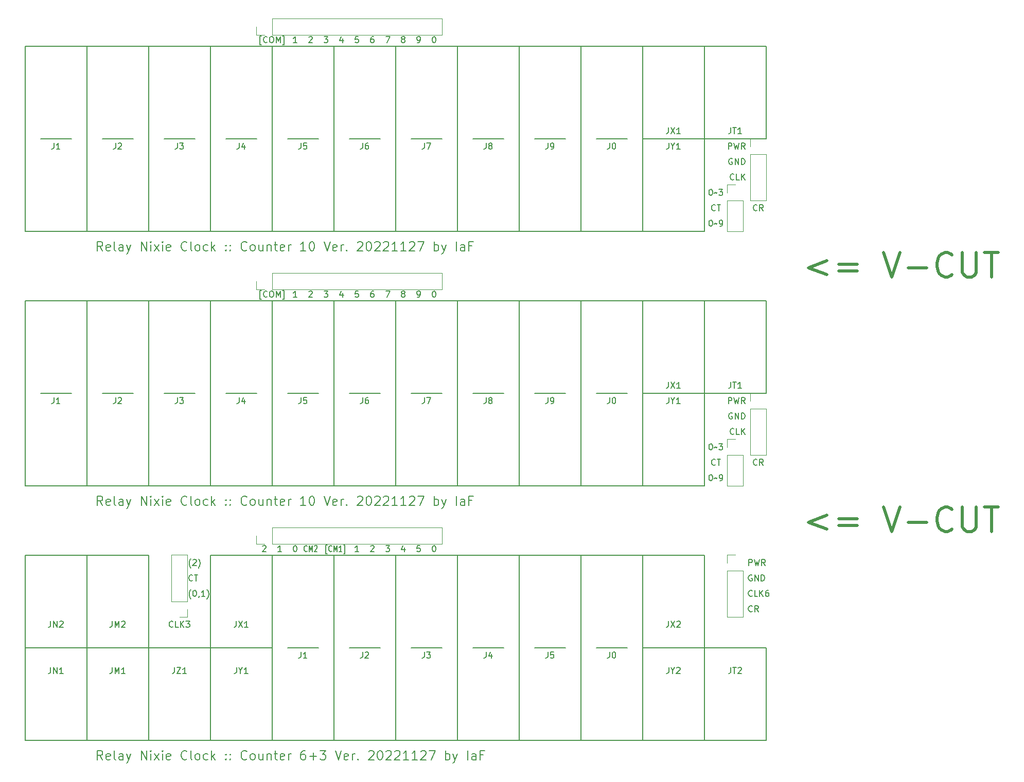
<source format=gto>
G04 #@! TF.GenerationSoftware,KiCad,Pcbnew,(5.1.2)-2*
G04 #@! TF.CreationDate,2022-11-28T00:10:08+09:00*
G04 #@! TF.ProjectId,manufacture,6d616e75-6661-4637-9475-72652e6b6963,rev?*
G04 #@! TF.SameCoordinates,Original*
G04 #@! TF.FileFunction,Legend,Top*
G04 #@! TF.FilePolarity,Positive*
%FSLAX46Y46*%
G04 Gerber Fmt 4.6, Leading zero omitted, Abs format (unit mm)*
G04 Created by KiCad (PCBNEW (5.1.2)-2) date 2022-11-28 00:10:08*
%MOMM*%
%LPD*%
G04 APERTURE LIST*
%ADD10C,0.500000*%
%ADD11C,0.200000*%
%ADD12C,0.150000*%
%ADD13C,0.120000*%
G04 APERTURE END LIST*
D10*
X171330000Y-120427857D02*
X168282380Y-121570714D01*
X171330000Y-122713571D01*
X173234761Y-120999285D02*
X176282380Y-120999285D01*
X176282380Y-122142142D02*
X173234761Y-122142142D01*
X180663333Y-119094523D02*
X181996666Y-123094523D01*
X183330000Y-119094523D01*
X184663333Y-121570714D02*
X187710952Y-121570714D01*
X191901428Y-122713571D02*
X191710952Y-122904047D01*
X191139523Y-123094523D01*
X190758571Y-123094523D01*
X190187142Y-122904047D01*
X189806190Y-122523095D01*
X189615714Y-122142142D01*
X189425238Y-121380238D01*
X189425238Y-120808809D01*
X189615714Y-120046904D01*
X189806190Y-119665952D01*
X190187142Y-119285000D01*
X190758571Y-119094523D01*
X191139523Y-119094523D01*
X191710952Y-119285000D01*
X191901428Y-119475476D01*
X193615714Y-119094523D02*
X193615714Y-122332619D01*
X193806190Y-122713571D01*
X193996666Y-122904047D01*
X194377619Y-123094523D01*
X195139523Y-123094523D01*
X195520476Y-122904047D01*
X195710952Y-122713571D01*
X195901428Y-122332619D01*
X195901428Y-119094523D01*
X197234761Y-119094523D02*
X199520476Y-119094523D01*
X198377619Y-123094523D02*
X198377619Y-119094523D01*
X171330000Y-78517857D02*
X168282380Y-79660714D01*
X171330000Y-80803571D01*
X173234761Y-79089285D02*
X176282380Y-79089285D01*
X176282380Y-80232142D02*
X173234761Y-80232142D01*
X180663333Y-77184523D02*
X181996666Y-81184523D01*
X183330000Y-77184523D01*
X184663333Y-79660714D02*
X187710952Y-79660714D01*
X191901428Y-80803571D02*
X191710952Y-80994047D01*
X191139523Y-81184523D01*
X190758571Y-81184523D01*
X190187142Y-80994047D01*
X189806190Y-80613095D01*
X189615714Y-80232142D01*
X189425238Y-79470238D01*
X189425238Y-78898809D01*
X189615714Y-78136904D01*
X189806190Y-77755952D01*
X190187142Y-77375000D01*
X190758571Y-77184523D01*
X191139523Y-77184523D01*
X191710952Y-77375000D01*
X191901428Y-77565476D01*
X193615714Y-77184523D02*
X193615714Y-80422619D01*
X193806190Y-80803571D01*
X193996666Y-80994047D01*
X194377619Y-81184523D01*
X195139523Y-81184523D01*
X195520476Y-80994047D01*
X195710952Y-80803571D01*
X195901428Y-80422619D01*
X195901428Y-77184523D01*
X197234761Y-77184523D02*
X199520476Y-77184523D01*
X198377619Y-81184523D02*
X198377619Y-77184523D01*
D11*
X52144285Y-76878571D02*
X51644285Y-76164285D01*
X51287142Y-76878571D02*
X51287142Y-75378571D01*
X51858571Y-75378571D01*
X52001428Y-75450000D01*
X52072857Y-75521428D01*
X52144285Y-75664285D01*
X52144285Y-75878571D01*
X52072857Y-76021428D01*
X52001428Y-76092857D01*
X51858571Y-76164285D01*
X51287142Y-76164285D01*
X53358571Y-76807142D02*
X53215714Y-76878571D01*
X52930000Y-76878571D01*
X52787142Y-76807142D01*
X52715714Y-76664285D01*
X52715714Y-76092857D01*
X52787142Y-75950000D01*
X52930000Y-75878571D01*
X53215714Y-75878571D01*
X53358571Y-75950000D01*
X53430000Y-76092857D01*
X53430000Y-76235714D01*
X52715714Y-76378571D01*
X54287142Y-76878571D02*
X54144285Y-76807142D01*
X54072857Y-76664285D01*
X54072857Y-75378571D01*
X55501428Y-76878571D02*
X55501428Y-76092857D01*
X55430000Y-75950000D01*
X55287142Y-75878571D01*
X55001428Y-75878571D01*
X54858571Y-75950000D01*
X55501428Y-76807142D02*
X55358571Y-76878571D01*
X55001428Y-76878571D01*
X54858571Y-76807142D01*
X54787142Y-76664285D01*
X54787142Y-76521428D01*
X54858571Y-76378571D01*
X55001428Y-76307142D01*
X55358571Y-76307142D01*
X55501428Y-76235714D01*
X56072857Y-75878571D02*
X56430000Y-76878571D01*
X56787142Y-75878571D02*
X56430000Y-76878571D01*
X56287142Y-77235714D01*
X56215714Y-77307142D01*
X56072857Y-77378571D01*
X58501428Y-76878571D02*
X58501428Y-75378571D01*
X59358571Y-76878571D01*
X59358571Y-75378571D01*
X60072857Y-76878571D02*
X60072857Y-75878571D01*
X60072857Y-75378571D02*
X60001428Y-75450000D01*
X60072857Y-75521428D01*
X60144285Y-75450000D01*
X60072857Y-75378571D01*
X60072857Y-75521428D01*
X60644285Y-76878571D02*
X61430000Y-75878571D01*
X60644285Y-75878571D02*
X61430000Y-76878571D01*
X62001428Y-76878571D02*
X62001428Y-75878571D01*
X62001428Y-75378571D02*
X61930000Y-75450000D01*
X62001428Y-75521428D01*
X62072857Y-75450000D01*
X62001428Y-75378571D01*
X62001428Y-75521428D01*
X63287142Y-76807142D02*
X63144285Y-76878571D01*
X62858571Y-76878571D01*
X62715714Y-76807142D01*
X62644285Y-76664285D01*
X62644285Y-76092857D01*
X62715714Y-75950000D01*
X62858571Y-75878571D01*
X63144285Y-75878571D01*
X63287142Y-75950000D01*
X63358571Y-76092857D01*
X63358571Y-76235714D01*
X62644285Y-76378571D01*
X66001428Y-76735714D02*
X65930000Y-76807142D01*
X65715714Y-76878571D01*
X65572857Y-76878571D01*
X65358571Y-76807142D01*
X65215714Y-76664285D01*
X65144285Y-76521428D01*
X65072857Y-76235714D01*
X65072857Y-76021428D01*
X65144285Y-75735714D01*
X65215714Y-75592857D01*
X65358571Y-75450000D01*
X65572857Y-75378571D01*
X65715714Y-75378571D01*
X65930000Y-75450000D01*
X66001428Y-75521428D01*
X66858571Y-76878571D02*
X66715714Y-76807142D01*
X66644285Y-76664285D01*
X66644285Y-75378571D01*
X67644285Y-76878571D02*
X67501428Y-76807142D01*
X67430000Y-76735714D01*
X67358571Y-76592857D01*
X67358571Y-76164285D01*
X67430000Y-76021428D01*
X67501428Y-75950000D01*
X67644285Y-75878571D01*
X67858571Y-75878571D01*
X68001428Y-75950000D01*
X68072857Y-76021428D01*
X68144285Y-76164285D01*
X68144285Y-76592857D01*
X68072857Y-76735714D01*
X68001428Y-76807142D01*
X67858571Y-76878571D01*
X67644285Y-76878571D01*
X69430000Y-76807142D02*
X69287142Y-76878571D01*
X69001428Y-76878571D01*
X68858571Y-76807142D01*
X68787142Y-76735714D01*
X68715714Y-76592857D01*
X68715714Y-76164285D01*
X68787142Y-76021428D01*
X68858571Y-75950000D01*
X69001428Y-75878571D01*
X69287142Y-75878571D01*
X69430000Y-75950000D01*
X70072857Y-76878571D02*
X70072857Y-75378571D01*
X70215714Y-76307142D02*
X70644285Y-76878571D01*
X70644285Y-75878571D02*
X70072857Y-76450000D01*
X72430000Y-76735714D02*
X72501428Y-76807142D01*
X72430000Y-76878571D01*
X72358571Y-76807142D01*
X72430000Y-76735714D01*
X72430000Y-76878571D01*
X72430000Y-75950000D02*
X72501428Y-76021428D01*
X72430000Y-76092857D01*
X72358571Y-76021428D01*
X72430000Y-75950000D01*
X72430000Y-76092857D01*
X73144285Y-76735714D02*
X73215714Y-76807142D01*
X73144285Y-76878571D01*
X73072857Y-76807142D01*
X73144285Y-76735714D01*
X73144285Y-76878571D01*
X73144285Y-75950000D02*
X73215714Y-76021428D01*
X73144285Y-76092857D01*
X73072857Y-76021428D01*
X73144285Y-75950000D01*
X73144285Y-76092857D01*
X75858571Y-76735714D02*
X75787142Y-76807142D01*
X75572857Y-76878571D01*
X75430000Y-76878571D01*
X75215714Y-76807142D01*
X75072857Y-76664285D01*
X75001428Y-76521428D01*
X74930000Y-76235714D01*
X74930000Y-76021428D01*
X75001428Y-75735714D01*
X75072857Y-75592857D01*
X75215714Y-75450000D01*
X75430000Y-75378571D01*
X75572857Y-75378571D01*
X75787142Y-75450000D01*
X75858571Y-75521428D01*
X76715714Y-76878571D02*
X76572857Y-76807142D01*
X76501428Y-76735714D01*
X76430000Y-76592857D01*
X76430000Y-76164285D01*
X76501428Y-76021428D01*
X76572857Y-75950000D01*
X76715714Y-75878571D01*
X76930000Y-75878571D01*
X77072857Y-75950000D01*
X77144285Y-76021428D01*
X77215714Y-76164285D01*
X77215714Y-76592857D01*
X77144285Y-76735714D01*
X77072857Y-76807142D01*
X76930000Y-76878571D01*
X76715714Y-76878571D01*
X78501428Y-75878571D02*
X78501428Y-76878571D01*
X77858571Y-75878571D02*
X77858571Y-76664285D01*
X77930000Y-76807142D01*
X78072857Y-76878571D01*
X78287142Y-76878571D01*
X78430000Y-76807142D01*
X78501428Y-76735714D01*
X79215714Y-75878571D02*
X79215714Y-76878571D01*
X79215714Y-76021428D02*
X79287142Y-75950000D01*
X79430000Y-75878571D01*
X79644285Y-75878571D01*
X79787142Y-75950000D01*
X79858571Y-76092857D01*
X79858571Y-76878571D01*
X80358571Y-75878571D02*
X80930000Y-75878571D01*
X80572857Y-75378571D02*
X80572857Y-76664285D01*
X80644285Y-76807142D01*
X80787142Y-76878571D01*
X80930000Y-76878571D01*
X82001428Y-76807142D02*
X81858571Y-76878571D01*
X81572857Y-76878571D01*
X81430000Y-76807142D01*
X81358571Y-76664285D01*
X81358571Y-76092857D01*
X81430000Y-75950000D01*
X81572857Y-75878571D01*
X81858571Y-75878571D01*
X82001428Y-75950000D01*
X82072857Y-76092857D01*
X82072857Y-76235714D01*
X81358571Y-76378571D01*
X82715714Y-76878571D02*
X82715714Y-75878571D01*
X82715714Y-76164285D02*
X82787142Y-76021428D01*
X82858571Y-75950000D01*
X83001428Y-75878571D01*
X83144285Y-75878571D01*
X85572857Y-76878571D02*
X84715714Y-76878571D01*
X85144285Y-76878571D02*
X85144285Y-75378571D01*
X85001428Y-75592857D01*
X84858571Y-75735714D01*
X84715714Y-75807142D01*
X86501428Y-75378571D02*
X86644285Y-75378571D01*
X86787142Y-75450000D01*
X86858571Y-75521428D01*
X86930000Y-75664285D01*
X87001428Y-75950000D01*
X87001428Y-76307142D01*
X86930000Y-76592857D01*
X86858571Y-76735714D01*
X86787142Y-76807142D01*
X86644285Y-76878571D01*
X86501428Y-76878571D01*
X86358571Y-76807142D01*
X86287142Y-76735714D01*
X86215714Y-76592857D01*
X86144285Y-76307142D01*
X86144285Y-75950000D01*
X86215714Y-75664285D01*
X86287142Y-75521428D01*
X86358571Y-75450000D01*
X86501428Y-75378571D01*
X88572857Y-75378571D02*
X89072857Y-76878571D01*
X89572857Y-75378571D01*
X90644285Y-76807142D02*
X90501428Y-76878571D01*
X90215714Y-76878571D01*
X90072857Y-76807142D01*
X90001428Y-76664285D01*
X90001428Y-76092857D01*
X90072857Y-75950000D01*
X90215714Y-75878571D01*
X90501428Y-75878571D01*
X90644285Y-75950000D01*
X90715714Y-76092857D01*
X90715714Y-76235714D01*
X90001428Y-76378571D01*
X91358571Y-76878571D02*
X91358571Y-75878571D01*
X91358571Y-76164285D02*
X91429999Y-76021428D01*
X91501428Y-75950000D01*
X91644285Y-75878571D01*
X91787142Y-75878571D01*
X92287142Y-76735714D02*
X92358571Y-76807142D01*
X92287142Y-76878571D01*
X92215714Y-76807142D01*
X92287142Y-76735714D01*
X92287142Y-76878571D01*
X94072857Y-75521428D02*
X94144285Y-75450000D01*
X94287142Y-75378571D01*
X94644285Y-75378571D01*
X94787142Y-75450000D01*
X94858571Y-75521428D01*
X94929999Y-75664285D01*
X94929999Y-75807142D01*
X94858571Y-76021428D01*
X94001428Y-76878571D01*
X94929999Y-76878571D01*
X95858571Y-75378571D02*
X96001428Y-75378571D01*
X96144285Y-75450000D01*
X96215714Y-75521428D01*
X96287142Y-75664285D01*
X96358571Y-75950000D01*
X96358571Y-76307142D01*
X96287142Y-76592857D01*
X96215714Y-76735714D01*
X96144285Y-76807142D01*
X96001428Y-76878571D01*
X95858571Y-76878571D01*
X95715714Y-76807142D01*
X95644285Y-76735714D01*
X95572857Y-76592857D01*
X95501428Y-76307142D01*
X95501428Y-75950000D01*
X95572857Y-75664285D01*
X95644285Y-75521428D01*
X95715714Y-75450000D01*
X95858571Y-75378571D01*
X96929999Y-75521428D02*
X97001428Y-75450000D01*
X97144285Y-75378571D01*
X97501428Y-75378571D01*
X97644285Y-75450000D01*
X97715714Y-75521428D01*
X97787142Y-75664285D01*
X97787142Y-75807142D01*
X97715714Y-76021428D01*
X96858571Y-76878571D01*
X97787142Y-76878571D01*
X98358571Y-75521428D02*
X98429999Y-75450000D01*
X98572857Y-75378571D01*
X98929999Y-75378571D01*
X99072857Y-75450000D01*
X99144285Y-75521428D01*
X99215714Y-75664285D01*
X99215714Y-75807142D01*
X99144285Y-76021428D01*
X98287142Y-76878571D01*
X99215714Y-76878571D01*
X100644285Y-76878571D02*
X99787142Y-76878571D01*
X100215714Y-76878571D02*
X100215714Y-75378571D01*
X100072857Y-75592857D01*
X99929999Y-75735714D01*
X99787142Y-75807142D01*
X102072857Y-76878571D02*
X101215714Y-76878571D01*
X101644285Y-76878571D02*
X101644285Y-75378571D01*
X101501428Y-75592857D01*
X101358571Y-75735714D01*
X101215714Y-75807142D01*
X102644285Y-75521428D02*
X102715714Y-75450000D01*
X102858571Y-75378571D01*
X103215714Y-75378571D01*
X103358571Y-75450000D01*
X103429999Y-75521428D01*
X103501428Y-75664285D01*
X103501428Y-75807142D01*
X103429999Y-76021428D01*
X102572857Y-76878571D01*
X103501428Y-76878571D01*
X104001428Y-75378571D02*
X105001428Y-75378571D01*
X104358571Y-76878571D01*
X106715714Y-76878571D02*
X106715714Y-75378571D01*
X106715714Y-75950000D02*
X106858571Y-75878571D01*
X107144285Y-75878571D01*
X107287142Y-75950000D01*
X107358571Y-76021428D01*
X107429999Y-76164285D01*
X107429999Y-76592857D01*
X107358571Y-76735714D01*
X107287142Y-76807142D01*
X107144285Y-76878571D01*
X106858571Y-76878571D01*
X106715714Y-76807142D01*
X107929999Y-75878571D02*
X108287142Y-76878571D01*
X108644285Y-75878571D02*
X108287142Y-76878571D01*
X108144285Y-77235714D01*
X108072857Y-77307142D01*
X107929999Y-77378571D01*
X110358571Y-76878571D02*
X110358571Y-75378571D01*
X111715714Y-76878571D02*
X111715714Y-76092857D01*
X111644285Y-75950000D01*
X111501428Y-75878571D01*
X111215714Y-75878571D01*
X111072857Y-75950000D01*
X111715714Y-76807142D02*
X111572857Y-76878571D01*
X111215714Y-76878571D01*
X111072857Y-76807142D01*
X111001428Y-76664285D01*
X111001428Y-76521428D01*
X111072857Y-76378571D01*
X111215714Y-76307142D01*
X111572857Y-76307142D01*
X111715714Y-76235714D01*
X112929999Y-76092857D02*
X112429999Y-76092857D01*
X112429999Y-76878571D02*
X112429999Y-75378571D01*
X113144285Y-75378571D01*
D12*
X155731785Y-61730000D02*
X155636547Y-61682380D01*
X155493690Y-61682380D01*
X155350833Y-61730000D01*
X155255595Y-61825238D01*
X155207976Y-61920476D01*
X155160357Y-62110952D01*
X155160357Y-62253809D01*
X155207976Y-62444285D01*
X155255595Y-62539523D01*
X155350833Y-62634761D01*
X155493690Y-62682380D01*
X155588928Y-62682380D01*
X155731785Y-62634761D01*
X155779404Y-62587142D01*
X155779404Y-62253809D01*
X155588928Y-62253809D01*
X156207976Y-62682380D02*
X156207976Y-61682380D01*
X156779404Y-62682380D01*
X156779404Y-61682380D01*
X157255595Y-62682380D02*
X157255595Y-61682380D01*
X157493690Y-61682380D01*
X157636547Y-61730000D01*
X157731785Y-61825238D01*
X157779404Y-61920476D01*
X157827023Y-62110952D01*
X157827023Y-62253809D01*
X157779404Y-62444285D01*
X157731785Y-62539523D01*
X157636547Y-62634761D01*
X157493690Y-62682380D01*
X157255595Y-62682380D01*
X106632380Y-41616380D02*
X106727619Y-41616380D01*
X106822857Y-41664000D01*
X106870476Y-41711619D01*
X106918095Y-41806857D01*
X106965714Y-41997333D01*
X106965714Y-42235428D01*
X106918095Y-42425904D01*
X106870476Y-42521142D01*
X106822857Y-42568761D01*
X106727619Y-42616380D01*
X106632380Y-42616380D01*
X106537142Y-42568761D01*
X106489523Y-42521142D01*
X106441904Y-42425904D01*
X106394285Y-42235428D01*
X106394285Y-41997333D01*
X106441904Y-41806857D01*
X106489523Y-41711619D01*
X106537142Y-41664000D01*
X106632380Y-41616380D01*
X103949523Y-42616380D02*
X104140000Y-42616380D01*
X104235238Y-42568761D01*
X104282857Y-42521142D01*
X104378095Y-42378285D01*
X104425714Y-42187809D01*
X104425714Y-41806857D01*
X104378095Y-41711619D01*
X104330476Y-41664000D01*
X104235238Y-41616380D01*
X104044761Y-41616380D01*
X103949523Y-41664000D01*
X103901904Y-41711619D01*
X103854285Y-41806857D01*
X103854285Y-42044952D01*
X103901904Y-42140190D01*
X103949523Y-42187809D01*
X104044761Y-42235428D01*
X104235238Y-42235428D01*
X104330476Y-42187809D01*
X104378095Y-42140190D01*
X104425714Y-42044952D01*
X101504761Y-42044952D02*
X101409523Y-41997333D01*
X101361904Y-41949714D01*
X101314285Y-41854476D01*
X101314285Y-41806857D01*
X101361904Y-41711619D01*
X101409523Y-41664000D01*
X101504761Y-41616380D01*
X101695238Y-41616380D01*
X101790476Y-41664000D01*
X101838095Y-41711619D01*
X101885714Y-41806857D01*
X101885714Y-41854476D01*
X101838095Y-41949714D01*
X101790476Y-41997333D01*
X101695238Y-42044952D01*
X101504761Y-42044952D01*
X101409523Y-42092571D01*
X101361904Y-42140190D01*
X101314285Y-42235428D01*
X101314285Y-42425904D01*
X101361904Y-42521142D01*
X101409523Y-42568761D01*
X101504761Y-42616380D01*
X101695238Y-42616380D01*
X101790476Y-42568761D01*
X101838095Y-42521142D01*
X101885714Y-42425904D01*
X101885714Y-42235428D01*
X101838095Y-42140190D01*
X101790476Y-42092571D01*
X101695238Y-42044952D01*
X98726666Y-41616380D02*
X99393333Y-41616380D01*
X98964761Y-42616380D01*
X96710476Y-41616380D02*
X96520000Y-41616380D01*
X96424761Y-41664000D01*
X96377142Y-41711619D01*
X96281904Y-41854476D01*
X96234285Y-42044952D01*
X96234285Y-42425904D01*
X96281904Y-42521142D01*
X96329523Y-42568761D01*
X96424761Y-42616380D01*
X96615238Y-42616380D01*
X96710476Y-42568761D01*
X96758095Y-42521142D01*
X96805714Y-42425904D01*
X96805714Y-42187809D01*
X96758095Y-42092571D01*
X96710476Y-42044952D01*
X96615238Y-41997333D01*
X96424761Y-41997333D01*
X96329523Y-42044952D01*
X96281904Y-42092571D01*
X96234285Y-42187809D01*
X94218095Y-41616380D02*
X93741904Y-41616380D01*
X93694285Y-42092571D01*
X93741904Y-42044952D01*
X93837142Y-41997333D01*
X94075238Y-41997333D01*
X94170476Y-42044952D01*
X94218095Y-42092571D01*
X94265714Y-42187809D01*
X94265714Y-42425904D01*
X94218095Y-42521142D01*
X94170476Y-42568761D01*
X94075238Y-42616380D01*
X93837142Y-42616380D01*
X93741904Y-42568761D01*
X93694285Y-42521142D01*
X91630476Y-41949714D02*
X91630476Y-42616380D01*
X91392380Y-41568761D02*
X91154285Y-42283047D01*
X91773333Y-42283047D01*
X88566666Y-41616380D02*
X89185714Y-41616380D01*
X88852380Y-41997333D01*
X88995238Y-41997333D01*
X89090476Y-42044952D01*
X89138095Y-42092571D01*
X89185714Y-42187809D01*
X89185714Y-42425904D01*
X89138095Y-42521142D01*
X89090476Y-42568761D01*
X88995238Y-42616380D01*
X88709523Y-42616380D01*
X88614285Y-42568761D01*
X88566666Y-42521142D01*
X86074285Y-41711619D02*
X86121904Y-41664000D01*
X86217142Y-41616380D01*
X86455238Y-41616380D01*
X86550476Y-41664000D01*
X86598095Y-41711619D01*
X86645714Y-41806857D01*
X86645714Y-41902095D01*
X86598095Y-42044952D01*
X86026666Y-42616380D01*
X86645714Y-42616380D01*
X84105714Y-42616380D02*
X83534285Y-42616380D01*
X83820000Y-42616380D02*
X83820000Y-41616380D01*
X83724761Y-41759238D01*
X83629523Y-41854476D01*
X83534285Y-41902095D01*
X78271904Y-42949714D02*
X78033809Y-42949714D01*
X78033809Y-41521142D01*
X78271904Y-41521142D01*
X79224285Y-42521142D02*
X79176666Y-42568761D01*
X79033809Y-42616380D01*
X78938571Y-42616380D01*
X78795714Y-42568761D01*
X78700476Y-42473523D01*
X78652857Y-42378285D01*
X78605238Y-42187809D01*
X78605238Y-42044952D01*
X78652857Y-41854476D01*
X78700476Y-41759238D01*
X78795714Y-41664000D01*
X78938571Y-41616380D01*
X79033809Y-41616380D01*
X79176666Y-41664000D01*
X79224285Y-41711619D01*
X79843333Y-41616380D02*
X80033809Y-41616380D01*
X80129047Y-41664000D01*
X80224285Y-41759238D01*
X80271904Y-41949714D01*
X80271904Y-42283047D01*
X80224285Y-42473523D01*
X80129047Y-42568761D01*
X80033809Y-42616380D01*
X79843333Y-42616380D01*
X79748095Y-42568761D01*
X79652857Y-42473523D01*
X79605238Y-42283047D01*
X79605238Y-41949714D01*
X79652857Y-41759238D01*
X79748095Y-41664000D01*
X79843333Y-41616380D01*
X80700476Y-42616380D02*
X80700476Y-41616380D01*
X81033809Y-42330666D01*
X81367142Y-41616380D01*
X81367142Y-42616380D01*
X81748095Y-42949714D02*
X81986190Y-42949714D01*
X81986190Y-41521142D01*
X81748095Y-41521142D01*
X152963571Y-70207142D02*
X152915952Y-70254761D01*
X152773095Y-70302380D01*
X152677857Y-70302380D01*
X152535000Y-70254761D01*
X152439761Y-70159523D01*
X152392142Y-70064285D01*
X152344523Y-69873809D01*
X152344523Y-69730952D01*
X152392142Y-69540476D01*
X152439761Y-69445238D01*
X152535000Y-69350000D01*
X152677857Y-69302380D01*
X152773095Y-69302380D01*
X152915952Y-69350000D01*
X152963571Y-69397619D01*
X153249285Y-69302380D02*
X153820714Y-69302380D01*
X153535000Y-70302380D02*
X153535000Y-69302380D01*
X152154047Y-71842380D02*
X152249285Y-71842380D01*
X152344523Y-71890000D01*
X152392142Y-71937619D01*
X152439761Y-72032857D01*
X152487380Y-72223333D01*
X152487380Y-72461428D01*
X152439761Y-72651904D01*
X152392142Y-72747142D01*
X152344523Y-72794761D01*
X152249285Y-72842380D01*
X152154047Y-72842380D01*
X152058809Y-72794761D01*
X152011190Y-72747142D01*
X151963571Y-72651904D01*
X151915952Y-72461428D01*
X151915952Y-72223333D01*
X151963571Y-72032857D01*
X152011190Y-71937619D01*
X152058809Y-71890000D01*
X152154047Y-71842380D01*
X152773095Y-72461428D02*
X152820714Y-72413809D01*
X152915952Y-72366190D01*
X153106428Y-72461428D01*
X153201666Y-72413809D01*
X153249285Y-72366190D01*
X153677857Y-72842380D02*
X153868333Y-72842380D01*
X153963571Y-72794761D01*
X154011190Y-72747142D01*
X154106428Y-72604285D01*
X154154047Y-72413809D01*
X154154047Y-72032857D01*
X154106428Y-71937619D01*
X154058809Y-71890000D01*
X153963571Y-71842380D01*
X153773095Y-71842380D01*
X153677857Y-71890000D01*
X153630238Y-71937619D01*
X153582619Y-72032857D01*
X153582619Y-72270952D01*
X153630238Y-72366190D01*
X153677857Y-72413809D01*
X153773095Y-72461428D01*
X153963571Y-72461428D01*
X154058809Y-72413809D01*
X154106428Y-72366190D01*
X154154047Y-72270952D01*
X152154047Y-66762380D02*
X152249285Y-66762380D01*
X152344523Y-66810000D01*
X152392142Y-66857619D01*
X152439761Y-66952857D01*
X152487380Y-67143333D01*
X152487380Y-67381428D01*
X152439761Y-67571904D01*
X152392142Y-67667142D01*
X152344523Y-67714761D01*
X152249285Y-67762380D01*
X152154047Y-67762380D01*
X152058809Y-67714761D01*
X152011190Y-67667142D01*
X151963571Y-67571904D01*
X151915952Y-67381428D01*
X151915952Y-67143333D01*
X151963571Y-66952857D01*
X152011190Y-66857619D01*
X152058809Y-66810000D01*
X152154047Y-66762380D01*
X152773095Y-67381428D02*
X152820714Y-67333809D01*
X152915952Y-67286190D01*
X153106428Y-67381428D01*
X153201666Y-67333809D01*
X153249285Y-67286190D01*
X153535000Y-66762380D02*
X154154047Y-66762380D01*
X153820714Y-67143333D01*
X153963571Y-67143333D01*
X154058809Y-67190952D01*
X154106428Y-67238571D01*
X154154047Y-67333809D01*
X154154047Y-67571904D01*
X154106428Y-67667142D01*
X154058809Y-67714761D01*
X153963571Y-67762380D01*
X153677857Y-67762380D01*
X153582619Y-67714761D01*
X153535000Y-67667142D01*
X159829523Y-70207142D02*
X159781904Y-70254761D01*
X159639047Y-70302380D01*
X159543809Y-70302380D01*
X159400952Y-70254761D01*
X159305714Y-70159523D01*
X159258095Y-70064285D01*
X159210476Y-69873809D01*
X159210476Y-69730952D01*
X159258095Y-69540476D01*
X159305714Y-69445238D01*
X159400952Y-69350000D01*
X159543809Y-69302380D01*
X159639047Y-69302380D01*
X159781904Y-69350000D01*
X159829523Y-69397619D01*
X160829523Y-70302380D02*
X160496190Y-69826190D01*
X160258095Y-70302380D02*
X160258095Y-69302380D01*
X160639047Y-69302380D01*
X160734285Y-69350000D01*
X160781904Y-69397619D01*
X160829523Y-69492857D01*
X160829523Y-69635714D01*
X160781904Y-69730952D01*
X160734285Y-69778571D01*
X160639047Y-69826190D01*
X160258095Y-69826190D01*
X156017500Y-65127142D02*
X155969880Y-65174761D01*
X155827023Y-65222380D01*
X155731785Y-65222380D01*
X155588928Y-65174761D01*
X155493690Y-65079523D01*
X155446071Y-64984285D01*
X155398452Y-64793809D01*
X155398452Y-64650952D01*
X155446071Y-64460476D01*
X155493690Y-64365238D01*
X155588928Y-64270000D01*
X155731785Y-64222380D01*
X155827023Y-64222380D01*
X155969880Y-64270000D01*
X156017500Y-64317619D01*
X156922261Y-65222380D02*
X156446071Y-65222380D01*
X156446071Y-64222380D01*
X157255595Y-65222380D02*
X157255595Y-64222380D01*
X157827023Y-65222380D02*
X157398452Y-64650952D01*
X157827023Y-64222380D02*
X157255595Y-64793809D01*
X155112738Y-60142380D02*
X155112738Y-59142380D01*
X155493690Y-59142380D01*
X155588928Y-59190000D01*
X155636547Y-59237619D01*
X155684166Y-59332857D01*
X155684166Y-59475714D01*
X155636547Y-59570952D01*
X155588928Y-59618571D01*
X155493690Y-59666190D01*
X155112738Y-59666190D01*
X156017500Y-59142380D02*
X156255595Y-60142380D01*
X156446071Y-59428095D01*
X156636547Y-60142380D01*
X156874642Y-59142380D01*
X157827023Y-60142380D02*
X157493690Y-59666190D01*
X157255595Y-60142380D02*
X157255595Y-59142380D01*
X157636547Y-59142380D01*
X157731785Y-59190000D01*
X157779404Y-59237619D01*
X157827023Y-59332857D01*
X157827023Y-59475714D01*
X157779404Y-59570952D01*
X157731785Y-59618571D01*
X157636547Y-59666190D01*
X157255595Y-59666190D01*
D11*
X52144285Y-118788571D02*
X51644285Y-118074285D01*
X51287142Y-118788571D02*
X51287142Y-117288571D01*
X51858571Y-117288571D01*
X52001428Y-117360000D01*
X52072857Y-117431428D01*
X52144285Y-117574285D01*
X52144285Y-117788571D01*
X52072857Y-117931428D01*
X52001428Y-118002857D01*
X51858571Y-118074285D01*
X51287142Y-118074285D01*
X53358571Y-118717142D02*
X53215714Y-118788571D01*
X52930000Y-118788571D01*
X52787142Y-118717142D01*
X52715714Y-118574285D01*
X52715714Y-118002857D01*
X52787142Y-117860000D01*
X52930000Y-117788571D01*
X53215714Y-117788571D01*
X53358571Y-117860000D01*
X53430000Y-118002857D01*
X53430000Y-118145714D01*
X52715714Y-118288571D01*
X54287142Y-118788571D02*
X54144285Y-118717142D01*
X54072857Y-118574285D01*
X54072857Y-117288571D01*
X55501428Y-118788571D02*
X55501428Y-118002857D01*
X55430000Y-117860000D01*
X55287142Y-117788571D01*
X55001428Y-117788571D01*
X54858571Y-117860000D01*
X55501428Y-118717142D02*
X55358571Y-118788571D01*
X55001428Y-118788571D01*
X54858571Y-118717142D01*
X54787142Y-118574285D01*
X54787142Y-118431428D01*
X54858571Y-118288571D01*
X55001428Y-118217142D01*
X55358571Y-118217142D01*
X55501428Y-118145714D01*
X56072857Y-117788571D02*
X56430000Y-118788571D01*
X56787142Y-117788571D02*
X56430000Y-118788571D01*
X56287142Y-119145714D01*
X56215714Y-119217142D01*
X56072857Y-119288571D01*
X58501428Y-118788571D02*
X58501428Y-117288571D01*
X59358571Y-118788571D01*
X59358571Y-117288571D01*
X60072857Y-118788571D02*
X60072857Y-117788571D01*
X60072857Y-117288571D02*
X60001428Y-117360000D01*
X60072857Y-117431428D01*
X60144285Y-117360000D01*
X60072857Y-117288571D01*
X60072857Y-117431428D01*
X60644285Y-118788571D02*
X61430000Y-117788571D01*
X60644285Y-117788571D02*
X61430000Y-118788571D01*
X62001428Y-118788571D02*
X62001428Y-117788571D01*
X62001428Y-117288571D02*
X61930000Y-117360000D01*
X62001428Y-117431428D01*
X62072857Y-117360000D01*
X62001428Y-117288571D01*
X62001428Y-117431428D01*
X63287142Y-118717142D02*
X63144285Y-118788571D01*
X62858571Y-118788571D01*
X62715714Y-118717142D01*
X62644285Y-118574285D01*
X62644285Y-118002857D01*
X62715714Y-117860000D01*
X62858571Y-117788571D01*
X63144285Y-117788571D01*
X63287142Y-117860000D01*
X63358571Y-118002857D01*
X63358571Y-118145714D01*
X62644285Y-118288571D01*
X66001428Y-118645714D02*
X65930000Y-118717142D01*
X65715714Y-118788571D01*
X65572857Y-118788571D01*
X65358571Y-118717142D01*
X65215714Y-118574285D01*
X65144285Y-118431428D01*
X65072857Y-118145714D01*
X65072857Y-117931428D01*
X65144285Y-117645714D01*
X65215714Y-117502857D01*
X65358571Y-117360000D01*
X65572857Y-117288571D01*
X65715714Y-117288571D01*
X65930000Y-117360000D01*
X66001428Y-117431428D01*
X66858571Y-118788571D02*
X66715714Y-118717142D01*
X66644285Y-118574285D01*
X66644285Y-117288571D01*
X67644285Y-118788571D02*
X67501428Y-118717142D01*
X67430000Y-118645714D01*
X67358571Y-118502857D01*
X67358571Y-118074285D01*
X67430000Y-117931428D01*
X67501428Y-117860000D01*
X67644285Y-117788571D01*
X67858571Y-117788571D01*
X68001428Y-117860000D01*
X68072857Y-117931428D01*
X68144285Y-118074285D01*
X68144285Y-118502857D01*
X68072857Y-118645714D01*
X68001428Y-118717142D01*
X67858571Y-118788571D01*
X67644285Y-118788571D01*
X69430000Y-118717142D02*
X69287142Y-118788571D01*
X69001428Y-118788571D01*
X68858571Y-118717142D01*
X68787142Y-118645714D01*
X68715714Y-118502857D01*
X68715714Y-118074285D01*
X68787142Y-117931428D01*
X68858571Y-117860000D01*
X69001428Y-117788571D01*
X69287142Y-117788571D01*
X69430000Y-117860000D01*
X70072857Y-118788571D02*
X70072857Y-117288571D01*
X70215714Y-118217142D02*
X70644285Y-118788571D01*
X70644285Y-117788571D02*
X70072857Y-118360000D01*
X72430000Y-118645714D02*
X72501428Y-118717142D01*
X72430000Y-118788571D01*
X72358571Y-118717142D01*
X72430000Y-118645714D01*
X72430000Y-118788571D01*
X72430000Y-117860000D02*
X72501428Y-117931428D01*
X72430000Y-118002857D01*
X72358571Y-117931428D01*
X72430000Y-117860000D01*
X72430000Y-118002857D01*
X73144285Y-118645714D02*
X73215714Y-118717142D01*
X73144285Y-118788571D01*
X73072857Y-118717142D01*
X73144285Y-118645714D01*
X73144285Y-118788571D01*
X73144285Y-117860000D02*
X73215714Y-117931428D01*
X73144285Y-118002857D01*
X73072857Y-117931428D01*
X73144285Y-117860000D01*
X73144285Y-118002857D01*
X75858571Y-118645714D02*
X75787142Y-118717142D01*
X75572857Y-118788571D01*
X75430000Y-118788571D01*
X75215714Y-118717142D01*
X75072857Y-118574285D01*
X75001428Y-118431428D01*
X74930000Y-118145714D01*
X74930000Y-117931428D01*
X75001428Y-117645714D01*
X75072857Y-117502857D01*
X75215714Y-117360000D01*
X75430000Y-117288571D01*
X75572857Y-117288571D01*
X75787142Y-117360000D01*
X75858571Y-117431428D01*
X76715714Y-118788571D02*
X76572857Y-118717142D01*
X76501428Y-118645714D01*
X76430000Y-118502857D01*
X76430000Y-118074285D01*
X76501428Y-117931428D01*
X76572857Y-117860000D01*
X76715714Y-117788571D01*
X76930000Y-117788571D01*
X77072857Y-117860000D01*
X77144285Y-117931428D01*
X77215714Y-118074285D01*
X77215714Y-118502857D01*
X77144285Y-118645714D01*
X77072857Y-118717142D01*
X76930000Y-118788571D01*
X76715714Y-118788571D01*
X78501428Y-117788571D02*
X78501428Y-118788571D01*
X77858571Y-117788571D02*
X77858571Y-118574285D01*
X77930000Y-118717142D01*
X78072857Y-118788571D01*
X78287142Y-118788571D01*
X78430000Y-118717142D01*
X78501428Y-118645714D01*
X79215714Y-117788571D02*
X79215714Y-118788571D01*
X79215714Y-117931428D02*
X79287142Y-117860000D01*
X79430000Y-117788571D01*
X79644285Y-117788571D01*
X79787142Y-117860000D01*
X79858571Y-118002857D01*
X79858571Y-118788571D01*
X80358571Y-117788571D02*
X80930000Y-117788571D01*
X80572857Y-117288571D02*
X80572857Y-118574285D01*
X80644285Y-118717142D01*
X80787142Y-118788571D01*
X80930000Y-118788571D01*
X82001428Y-118717142D02*
X81858571Y-118788571D01*
X81572857Y-118788571D01*
X81430000Y-118717142D01*
X81358571Y-118574285D01*
X81358571Y-118002857D01*
X81430000Y-117860000D01*
X81572857Y-117788571D01*
X81858571Y-117788571D01*
X82001428Y-117860000D01*
X82072857Y-118002857D01*
X82072857Y-118145714D01*
X81358571Y-118288571D01*
X82715714Y-118788571D02*
X82715714Y-117788571D01*
X82715714Y-118074285D02*
X82787142Y-117931428D01*
X82858571Y-117860000D01*
X83001428Y-117788571D01*
X83144285Y-117788571D01*
X85572857Y-118788571D02*
X84715714Y-118788571D01*
X85144285Y-118788571D02*
X85144285Y-117288571D01*
X85001428Y-117502857D01*
X84858571Y-117645714D01*
X84715714Y-117717142D01*
X86501428Y-117288571D02*
X86644285Y-117288571D01*
X86787142Y-117360000D01*
X86858571Y-117431428D01*
X86930000Y-117574285D01*
X87001428Y-117860000D01*
X87001428Y-118217142D01*
X86930000Y-118502857D01*
X86858571Y-118645714D01*
X86787142Y-118717142D01*
X86644285Y-118788571D01*
X86501428Y-118788571D01*
X86358571Y-118717142D01*
X86287142Y-118645714D01*
X86215714Y-118502857D01*
X86144285Y-118217142D01*
X86144285Y-117860000D01*
X86215714Y-117574285D01*
X86287142Y-117431428D01*
X86358571Y-117360000D01*
X86501428Y-117288571D01*
X88572857Y-117288571D02*
X89072857Y-118788571D01*
X89572857Y-117288571D01*
X90644285Y-118717142D02*
X90501428Y-118788571D01*
X90215714Y-118788571D01*
X90072857Y-118717142D01*
X90001428Y-118574285D01*
X90001428Y-118002857D01*
X90072857Y-117860000D01*
X90215714Y-117788571D01*
X90501428Y-117788571D01*
X90644285Y-117860000D01*
X90715714Y-118002857D01*
X90715714Y-118145714D01*
X90001428Y-118288571D01*
X91358571Y-118788571D02*
X91358571Y-117788571D01*
X91358571Y-118074285D02*
X91429999Y-117931428D01*
X91501428Y-117860000D01*
X91644285Y-117788571D01*
X91787142Y-117788571D01*
X92287142Y-118645714D02*
X92358571Y-118717142D01*
X92287142Y-118788571D01*
X92215714Y-118717142D01*
X92287142Y-118645714D01*
X92287142Y-118788571D01*
X94072857Y-117431428D02*
X94144285Y-117360000D01*
X94287142Y-117288571D01*
X94644285Y-117288571D01*
X94787142Y-117360000D01*
X94858571Y-117431428D01*
X94929999Y-117574285D01*
X94929999Y-117717142D01*
X94858571Y-117931428D01*
X94001428Y-118788571D01*
X94929999Y-118788571D01*
X95858571Y-117288571D02*
X96001428Y-117288571D01*
X96144285Y-117360000D01*
X96215714Y-117431428D01*
X96287142Y-117574285D01*
X96358571Y-117860000D01*
X96358571Y-118217142D01*
X96287142Y-118502857D01*
X96215714Y-118645714D01*
X96144285Y-118717142D01*
X96001428Y-118788571D01*
X95858571Y-118788571D01*
X95715714Y-118717142D01*
X95644285Y-118645714D01*
X95572857Y-118502857D01*
X95501428Y-118217142D01*
X95501428Y-117860000D01*
X95572857Y-117574285D01*
X95644285Y-117431428D01*
X95715714Y-117360000D01*
X95858571Y-117288571D01*
X96929999Y-117431428D02*
X97001428Y-117360000D01*
X97144285Y-117288571D01*
X97501428Y-117288571D01*
X97644285Y-117360000D01*
X97715714Y-117431428D01*
X97787142Y-117574285D01*
X97787142Y-117717142D01*
X97715714Y-117931428D01*
X96858571Y-118788571D01*
X97787142Y-118788571D01*
X98358571Y-117431428D02*
X98429999Y-117360000D01*
X98572857Y-117288571D01*
X98929999Y-117288571D01*
X99072857Y-117360000D01*
X99144285Y-117431428D01*
X99215714Y-117574285D01*
X99215714Y-117717142D01*
X99144285Y-117931428D01*
X98287142Y-118788571D01*
X99215714Y-118788571D01*
X100644285Y-118788571D02*
X99787142Y-118788571D01*
X100215714Y-118788571D02*
X100215714Y-117288571D01*
X100072857Y-117502857D01*
X99929999Y-117645714D01*
X99787142Y-117717142D01*
X102072857Y-118788571D02*
X101215714Y-118788571D01*
X101644285Y-118788571D02*
X101644285Y-117288571D01*
X101501428Y-117502857D01*
X101358571Y-117645714D01*
X101215714Y-117717142D01*
X102644285Y-117431428D02*
X102715714Y-117360000D01*
X102858571Y-117288571D01*
X103215714Y-117288571D01*
X103358571Y-117360000D01*
X103429999Y-117431428D01*
X103501428Y-117574285D01*
X103501428Y-117717142D01*
X103429999Y-117931428D01*
X102572857Y-118788571D01*
X103501428Y-118788571D01*
X104001428Y-117288571D02*
X105001428Y-117288571D01*
X104358571Y-118788571D01*
X106715714Y-118788571D02*
X106715714Y-117288571D01*
X106715714Y-117860000D02*
X106858571Y-117788571D01*
X107144285Y-117788571D01*
X107287142Y-117860000D01*
X107358571Y-117931428D01*
X107429999Y-118074285D01*
X107429999Y-118502857D01*
X107358571Y-118645714D01*
X107287142Y-118717142D01*
X107144285Y-118788571D01*
X106858571Y-118788571D01*
X106715714Y-118717142D01*
X107929999Y-117788571D02*
X108287142Y-118788571D01*
X108644285Y-117788571D02*
X108287142Y-118788571D01*
X108144285Y-119145714D01*
X108072857Y-119217142D01*
X107929999Y-119288571D01*
X110358571Y-118788571D02*
X110358571Y-117288571D01*
X111715714Y-118788571D02*
X111715714Y-118002857D01*
X111644285Y-117860000D01*
X111501428Y-117788571D01*
X111215714Y-117788571D01*
X111072857Y-117860000D01*
X111715714Y-118717142D02*
X111572857Y-118788571D01*
X111215714Y-118788571D01*
X111072857Y-118717142D01*
X111001428Y-118574285D01*
X111001428Y-118431428D01*
X111072857Y-118288571D01*
X111215714Y-118217142D01*
X111572857Y-118217142D01*
X111715714Y-118145714D01*
X112929999Y-118002857D02*
X112429999Y-118002857D01*
X112429999Y-118788571D02*
X112429999Y-117288571D01*
X113144285Y-117288571D01*
D12*
X155731785Y-103640000D02*
X155636547Y-103592380D01*
X155493690Y-103592380D01*
X155350833Y-103640000D01*
X155255595Y-103735238D01*
X155207976Y-103830476D01*
X155160357Y-104020952D01*
X155160357Y-104163809D01*
X155207976Y-104354285D01*
X155255595Y-104449523D01*
X155350833Y-104544761D01*
X155493690Y-104592380D01*
X155588928Y-104592380D01*
X155731785Y-104544761D01*
X155779404Y-104497142D01*
X155779404Y-104163809D01*
X155588928Y-104163809D01*
X156207976Y-104592380D02*
X156207976Y-103592380D01*
X156779404Y-104592380D01*
X156779404Y-103592380D01*
X157255595Y-104592380D02*
X157255595Y-103592380D01*
X157493690Y-103592380D01*
X157636547Y-103640000D01*
X157731785Y-103735238D01*
X157779404Y-103830476D01*
X157827023Y-104020952D01*
X157827023Y-104163809D01*
X157779404Y-104354285D01*
X157731785Y-104449523D01*
X157636547Y-104544761D01*
X157493690Y-104592380D01*
X157255595Y-104592380D01*
X106632380Y-83526380D02*
X106727619Y-83526380D01*
X106822857Y-83574000D01*
X106870476Y-83621619D01*
X106918095Y-83716857D01*
X106965714Y-83907333D01*
X106965714Y-84145428D01*
X106918095Y-84335904D01*
X106870476Y-84431142D01*
X106822857Y-84478761D01*
X106727619Y-84526380D01*
X106632380Y-84526380D01*
X106537142Y-84478761D01*
X106489523Y-84431142D01*
X106441904Y-84335904D01*
X106394285Y-84145428D01*
X106394285Y-83907333D01*
X106441904Y-83716857D01*
X106489523Y-83621619D01*
X106537142Y-83574000D01*
X106632380Y-83526380D01*
X103949523Y-84526380D02*
X104140000Y-84526380D01*
X104235238Y-84478761D01*
X104282857Y-84431142D01*
X104378095Y-84288285D01*
X104425714Y-84097809D01*
X104425714Y-83716857D01*
X104378095Y-83621619D01*
X104330476Y-83574000D01*
X104235238Y-83526380D01*
X104044761Y-83526380D01*
X103949523Y-83574000D01*
X103901904Y-83621619D01*
X103854285Y-83716857D01*
X103854285Y-83954952D01*
X103901904Y-84050190D01*
X103949523Y-84097809D01*
X104044761Y-84145428D01*
X104235238Y-84145428D01*
X104330476Y-84097809D01*
X104378095Y-84050190D01*
X104425714Y-83954952D01*
X101504761Y-83954952D02*
X101409523Y-83907333D01*
X101361904Y-83859714D01*
X101314285Y-83764476D01*
X101314285Y-83716857D01*
X101361904Y-83621619D01*
X101409523Y-83574000D01*
X101504761Y-83526380D01*
X101695238Y-83526380D01*
X101790476Y-83574000D01*
X101838095Y-83621619D01*
X101885714Y-83716857D01*
X101885714Y-83764476D01*
X101838095Y-83859714D01*
X101790476Y-83907333D01*
X101695238Y-83954952D01*
X101504761Y-83954952D01*
X101409523Y-84002571D01*
X101361904Y-84050190D01*
X101314285Y-84145428D01*
X101314285Y-84335904D01*
X101361904Y-84431142D01*
X101409523Y-84478761D01*
X101504761Y-84526380D01*
X101695238Y-84526380D01*
X101790476Y-84478761D01*
X101838095Y-84431142D01*
X101885714Y-84335904D01*
X101885714Y-84145428D01*
X101838095Y-84050190D01*
X101790476Y-84002571D01*
X101695238Y-83954952D01*
X98726666Y-83526380D02*
X99393333Y-83526380D01*
X98964761Y-84526380D01*
X96710476Y-83526380D02*
X96520000Y-83526380D01*
X96424761Y-83574000D01*
X96377142Y-83621619D01*
X96281904Y-83764476D01*
X96234285Y-83954952D01*
X96234285Y-84335904D01*
X96281904Y-84431142D01*
X96329523Y-84478761D01*
X96424761Y-84526380D01*
X96615238Y-84526380D01*
X96710476Y-84478761D01*
X96758095Y-84431142D01*
X96805714Y-84335904D01*
X96805714Y-84097809D01*
X96758095Y-84002571D01*
X96710476Y-83954952D01*
X96615238Y-83907333D01*
X96424761Y-83907333D01*
X96329523Y-83954952D01*
X96281904Y-84002571D01*
X96234285Y-84097809D01*
X94218095Y-83526380D02*
X93741904Y-83526380D01*
X93694285Y-84002571D01*
X93741904Y-83954952D01*
X93837142Y-83907333D01*
X94075238Y-83907333D01*
X94170476Y-83954952D01*
X94218095Y-84002571D01*
X94265714Y-84097809D01*
X94265714Y-84335904D01*
X94218095Y-84431142D01*
X94170476Y-84478761D01*
X94075238Y-84526380D01*
X93837142Y-84526380D01*
X93741904Y-84478761D01*
X93694285Y-84431142D01*
X91630476Y-83859714D02*
X91630476Y-84526380D01*
X91392380Y-83478761D02*
X91154285Y-84193047D01*
X91773333Y-84193047D01*
X88566666Y-83526380D02*
X89185714Y-83526380D01*
X88852380Y-83907333D01*
X88995238Y-83907333D01*
X89090476Y-83954952D01*
X89138095Y-84002571D01*
X89185714Y-84097809D01*
X89185714Y-84335904D01*
X89138095Y-84431142D01*
X89090476Y-84478761D01*
X88995238Y-84526380D01*
X88709523Y-84526380D01*
X88614285Y-84478761D01*
X88566666Y-84431142D01*
X86074285Y-83621619D02*
X86121904Y-83574000D01*
X86217142Y-83526380D01*
X86455238Y-83526380D01*
X86550476Y-83574000D01*
X86598095Y-83621619D01*
X86645714Y-83716857D01*
X86645714Y-83812095D01*
X86598095Y-83954952D01*
X86026666Y-84526380D01*
X86645714Y-84526380D01*
X84105714Y-84526380D02*
X83534285Y-84526380D01*
X83820000Y-84526380D02*
X83820000Y-83526380D01*
X83724761Y-83669238D01*
X83629523Y-83764476D01*
X83534285Y-83812095D01*
X78271904Y-84859714D02*
X78033809Y-84859714D01*
X78033809Y-83431142D01*
X78271904Y-83431142D01*
X79224285Y-84431142D02*
X79176666Y-84478761D01*
X79033809Y-84526380D01*
X78938571Y-84526380D01*
X78795714Y-84478761D01*
X78700476Y-84383523D01*
X78652857Y-84288285D01*
X78605238Y-84097809D01*
X78605238Y-83954952D01*
X78652857Y-83764476D01*
X78700476Y-83669238D01*
X78795714Y-83574000D01*
X78938571Y-83526380D01*
X79033809Y-83526380D01*
X79176666Y-83574000D01*
X79224285Y-83621619D01*
X79843333Y-83526380D02*
X80033809Y-83526380D01*
X80129047Y-83574000D01*
X80224285Y-83669238D01*
X80271904Y-83859714D01*
X80271904Y-84193047D01*
X80224285Y-84383523D01*
X80129047Y-84478761D01*
X80033809Y-84526380D01*
X79843333Y-84526380D01*
X79748095Y-84478761D01*
X79652857Y-84383523D01*
X79605238Y-84193047D01*
X79605238Y-83859714D01*
X79652857Y-83669238D01*
X79748095Y-83574000D01*
X79843333Y-83526380D01*
X80700476Y-84526380D02*
X80700476Y-83526380D01*
X81033809Y-84240666D01*
X81367142Y-83526380D01*
X81367142Y-84526380D01*
X81748095Y-84859714D02*
X81986190Y-84859714D01*
X81986190Y-83431142D01*
X81748095Y-83431142D01*
X152963571Y-112117142D02*
X152915952Y-112164761D01*
X152773095Y-112212380D01*
X152677857Y-112212380D01*
X152535000Y-112164761D01*
X152439761Y-112069523D01*
X152392142Y-111974285D01*
X152344523Y-111783809D01*
X152344523Y-111640952D01*
X152392142Y-111450476D01*
X152439761Y-111355238D01*
X152535000Y-111260000D01*
X152677857Y-111212380D01*
X152773095Y-111212380D01*
X152915952Y-111260000D01*
X152963571Y-111307619D01*
X153249285Y-111212380D02*
X153820714Y-111212380D01*
X153535000Y-112212380D02*
X153535000Y-111212380D01*
X152154047Y-113752380D02*
X152249285Y-113752380D01*
X152344523Y-113800000D01*
X152392142Y-113847619D01*
X152439761Y-113942857D01*
X152487380Y-114133333D01*
X152487380Y-114371428D01*
X152439761Y-114561904D01*
X152392142Y-114657142D01*
X152344523Y-114704761D01*
X152249285Y-114752380D01*
X152154047Y-114752380D01*
X152058809Y-114704761D01*
X152011190Y-114657142D01*
X151963571Y-114561904D01*
X151915952Y-114371428D01*
X151915952Y-114133333D01*
X151963571Y-113942857D01*
X152011190Y-113847619D01*
X152058809Y-113800000D01*
X152154047Y-113752380D01*
X152773095Y-114371428D02*
X152820714Y-114323809D01*
X152915952Y-114276190D01*
X153106428Y-114371428D01*
X153201666Y-114323809D01*
X153249285Y-114276190D01*
X153677857Y-114752380D02*
X153868333Y-114752380D01*
X153963571Y-114704761D01*
X154011190Y-114657142D01*
X154106428Y-114514285D01*
X154154047Y-114323809D01*
X154154047Y-113942857D01*
X154106428Y-113847619D01*
X154058809Y-113800000D01*
X153963571Y-113752380D01*
X153773095Y-113752380D01*
X153677857Y-113800000D01*
X153630238Y-113847619D01*
X153582619Y-113942857D01*
X153582619Y-114180952D01*
X153630238Y-114276190D01*
X153677857Y-114323809D01*
X153773095Y-114371428D01*
X153963571Y-114371428D01*
X154058809Y-114323809D01*
X154106428Y-114276190D01*
X154154047Y-114180952D01*
X152154047Y-108672380D02*
X152249285Y-108672380D01*
X152344523Y-108720000D01*
X152392142Y-108767619D01*
X152439761Y-108862857D01*
X152487380Y-109053333D01*
X152487380Y-109291428D01*
X152439761Y-109481904D01*
X152392142Y-109577142D01*
X152344523Y-109624761D01*
X152249285Y-109672380D01*
X152154047Y-109672380D01*
X152058809Y-109624761D01*
X152011190Y-109577142D01*
X151963571Y-109481904D01*
X151915952Y-109291428D01*
X151915952Y-109053333D01*
X151963571Y-108862857D01*
X152011190Y-108767619D01*
X152058809Y-108720000D01*
X152154047Y-108672380D01*
X152773095Y-109291428D02*
X152820714Y-109243809D01*
X152915952Y-109196190D01*
X153106428Y-109291428D01*
X153201666Y-109243809D01*
X153249285Y-109196190D01*
X153535000Y-108672380D02*
X154154047Y-108672380D01*
X153820714Y-109053333D01*
X153963571Y-109053333D01*
X154058809Y-109100952D01*
X154106428Y-109148571D01*
X154154047Y-109243809D01*
X154154047Y-109481904D01*
X154106428Y-109577142D01*
X154058809Y-109624761D01*
X153963571Y-109672380D01*
X153677857Y-109672380D01*
X153582619Y-109624761D01*
X153535000Y-109577142D01*
X159829523Y-112117142D02*
X159781904Y-112164761D01*
X159639047Y-112212380D01*
X159543809Y-112212380D01*
X159400952Y-112164761D01*
X159305714Y-112069523D01*
X159258095Y-111974285D01*
X159210476Y-111783809D01*
X159210476Y-111640952D01*
X159258095Y-111450476D01*
X159305714Y-111355238D01*
X159400952Y-111260000D01*
X159543809Y-111212380D01*
X159639047Y-111212380D01*
X159781904Y-111260000D01*
X159829523Y-111307619D01*
X160829523Y-112212380D02*
X160496190Y-111736190D01*
X160258095Y-112212380D02*
X160258095Y-111212380D01*
X160639047Y-111212380D01*
X160734285Y-111260000D01*
X160781904Y-111307619D01*
X160829523Y-111402857D01*
X160829523Y-111545714D01*
X160781904Y-111640952D01*
X160734285Y-111688571D01*
X160639047Y-111736190D01*
X160258095Y-111736190D01*
X156017500Y-107037142D02*
X155969880Y-107084761D01*
X155827023Y-107132380D01*
X155731785Y-107132380D01*
X155588928Y-107084761D01*
X155493690Y-106989523D01*
X155446071Y-106894285D01*
X155398452Y-106703809D01*
X155398452Y-106560952D01*
X155446071Y-106370476D01*
X155493690Y-106275238D01*
X155588928Y-106180000D01*
X155731785Y-106132380D01*
X155827023Y-106132380D01*
X155969880Y-106180000D01*
X156017500Y-106227619D01*
X156922261Y-107132380D02*
X156446071Y-107132380D01*
X156446071Y-106132380D01*
X157255595Y-107132380D02*
X157255595Y-106132380D01*
X157827023Y-107132380D02*
X157398452Y-106560952D01*
X157827023Y-106132380D02*
X157255595Y-106703809D01*
X155112738Y-102052380D02*
X155112738Y-101052380D01*
X155493690Y-101052380D01*
X155588928Y-101100000D01*
X155636547Y-101147619D01*
X155684166Y-101242857D01*
X155684166Y-101385714D01*
X155636547Y-101480952D01*
X155588928Y-101528571D01*
X155493690Y-101576190D01*
X155112738Y-101576190D01*
X156017500Y-101052380D02*
X156255595Y-102052380D01*
X156446071Y-101338095D01*
X156636547Y-102052380D01*
X156874642Y-101052380D01*
X157827023Y-102052380D02*
X157493690Y-101576190D01*
X157255595Y-102052380D02*
X157255595Y-101052380D01*
X157636547Y-101052380D01*
X157731785Y-101100000D01*
X157779404Y-101147619D01*
X157827023Y-101242857D01*
X157827023Y-101385714D01*
X157779404Y-101480952D01*
X157731785Y-101528571D01*
X157636547Y-101576190D01*
X157255595Y-101576190D01*
D11*
X52144285Y-160698571D02*
X51644285Y-159984285D01*
X51287142Y-160698571D02*
X51287142Y-159198571D01*
X51858571Y-159198571D01*
X52001428Y-159270000D01*
X52072857Y-159341428D01*
X52144285Y-159484285D01*
X52144285Y-159698571D01*
X52072857Y-159841428D01*
X52001428Y-159912857D01*
X51858571Y-159984285D01*
X51287142Y-159984285D01*
X53358571Y-160627142D02*
X53215714Y-160698571D01*
X52930000Y-160698571D01*
X52787142Y-160627142D01*
X52715714Y-160484285D01*
X52715714Y-159912857D01*
X52787142Y-159770000D01*
X52930000Y-159698571D01*
X53215714Y-159698571D01*
X53358571Y-159770000D01*
X53430000Y-159912857D01*
X53430000Y-160055714D01*
X52715714Y-160198571D01*
X54287142Y-160698571D02*
X54144285Y-160627142D01*
X54072857Y-160484285D01*
X54072857Y-159198571D01*
X55501428Y-160698571D02*
X55501428Y-159912857D01*
X55430000Y-159770000D01*
X55287142Y-159698571D01*
X55001428Y-159698571D01*
X54858571Y-159770000D01*
X55501428Y-160627142D02*
X55358571Y-160698571D01*
X55001428Y-160698571D01*
X54858571Y-160627142D01*
X54787142Y-160484285D01*
X54787142Y-160341428D01*
X54858571Y-160198571D01*
X55001428Y-160127142D01*
X55358571Y-160127142D01*
X55501428Y-160055714D01*
X56072857Y-159698571D02*
X56430000Y-160698571D01*
X56787142Y-159698571D02*
X56430000Y-160698571D01*
X56287142Y-161055714D01*
X56215714Y-161127142D01*
X56072857Y-161198571D01*
X58501428Y-160698571D02*
X58501428Y-159198571D01*
X59358571Y-160698571D01*
X59358571Y-159198571D01*
X60072857Y-160698571D02*
X60072857Y-159698571D01*
X60072857Y-159198571D02*
X60001428Y-159270000D01*
X60072857Y-159341428D01*
X60144285Y-159270000D01*
X60072857Y-159198571D01*
X60072857Y-159341428D01*
X60644285Y-160698571D02*
X61430000Y-159698571D01*
X60644285Y-159698571D02*
X61430000Y-160698571D01*
X62001428Y-160698571D02*
X62001428Y-159698571D01*
X62001428Y-159198571D02*
X61930000Y-159270000D01*
X62001428Y-159341428D01*
X62072857Y-159270000D01*
X62001428Y-159198571D01*
X62001428Y-159341428D01*
X63287142Y-160627142D02*
X63144285Y-160698571D01*
X62858571Y-160698571D01*
X62715714Y-160627142D01*
X62644285Y-160484285D01*
X62644285Y-159912857D01*
X62715714Y-159770000D01*
X62858571Y-159698571D01*
X63144285Y-159698571D01*
X63287142Y-159770000D01*
X63358571Y-159912857D01*
X63358571Y-160055714D01*
X62644285Y-160198571D01*
X66001428Y-160555714D02*
X65930000Y-160627142D01*
X65715714Y-160698571D01*
X65572857Y-160698571D01*
X65358571Y-160627142D01*
X65215714Y-160484285D01*
X65144285Y-160341428D01*
X65072857Y-160055714D01*
X65072857Y-159841428D01*
X65144285Y-159555714D01*
X65215714Y-159412857D01*
X65358571Y-159270000D01*
X65572857Y-159198571D01*
X65715714Y-159198571D01*
X65930000Y-159270000D01*
X66001428Y-159341428D01*
X66858571Y-160698571D02*
X66715714Y-160627142D01*
X66644285Y-160484285D01*
X66644285Y-159198571D01*
X67644285Y-160698571D02*
X67501428Y-160627142D01*
X67430000Y-160555714D01*
X67358571Y-160412857D01*
X67358571Y-159984285D01*
X67430000Y-159841428D01*
X67501428Y-159770000D01*
X67644285Y-159698571D01*
X67858571Y-159698571D01*
X68001428Y-159770000D01*
X68072857Y-159841428D01*
X68144285Y-159984285D01*
X68144285Y-160412857D01*
X68072857Y-160555714D01*
X68001428Y-160627142D01*
X67858571Y-160698571D01*
X67644285Y-160698571D01*
X69430000Y-160627142D02*
X69287142Y-160698571D01*
X69001428Y-160698571D01*
X68858571Y-160627142D01*
X68787142Y-160555714D01*
X68715714Y-160412857D01*
X68715714Y-159984285D01*
X68787142Y-159841428D01*
X68858571Y-159770000D01*
X69001428Y-159698571D01*
X69287142Y-159698571D01*
X69430000Y-159770000D01*
X70072857Y-160698571D02*
X70072857Y-159198571D01*
X70215714Y-160127142D02*
X70644285Y-160698571D01*
X70644285Y-159698571D02*
X70072857Y-160270000D01*
X72430000Y-160555714D02*
X72501428Y-160627142D01*
X72430000Y-160698571D01*
X72358571Y-160627142D01*
X72430000Y-160555714D01*
X72430000Y-160698571D01*
X72430000Y-159770000D02*
X72501428Y-159841428D01*
X72430000Y-159912857D01*
X72358571Y-159841428D01*
X72430000Y-159770000D01*
X72430000Y-159912857D01*
X73144285Y-160555714D02*
X73215714Y-160627142D01*
X73144285Y-160698571D01*
X73072857Y-160627142D01*
X73144285Y-160555714D01*
X73144285Y-160698571D01*
X73144285Y-159770000D02*
X73215714Y-159841428D01*
X73144285Y-159912857D01*
X73072857Y-159841428D01*
X73144285Y-159770000D01*
X73144285Y-159912857D01*
X75858571Y-160555714D02*
X75787142Y-160627142D01*
X75572857Y-160698571D01*
X75430000Y-160698571D01*
X75215714Y-160627142D01*
X75072857Y-160484285D01*
X75001428Y-160341428D01*
X74930000Y-160055714D01*
X74930000Y-159841428D01*
X75001428Y-159555714D01*
X75072857Y-159412857D01*
X75215714Y-159270000D01*
X75430000Y-159198571D01*
X75572857Y-159198571D01*
X75787142Y-159270000D01*
X75858571Y-159341428D01*
X76715714Y-160698571D02*
X76572857Y-160627142D01*
X76501428Y-160555714D01*
X76430000Y-160412857D01*
X76430000Y-159984285D01*
X76501428Y-159841428D01*
X76572857Y-159770000D01*
X76715714Y-159698571D01*
X76930000Y-159698571D01*
X77072857Y-159770000D01*
X77144285Y-159841428D01*
X77215714Y-159984285D01*
X77215714Y-160412857D01*
X77144285Y-160555714D01*
X77072857Y-160627142D01*
X76930000Y-160698571D01*
X76715714Y-160698571D01*
X78501428Y-159698571D02*
X78501428Y-160698571D01*
X77858571Y-159698571D02*
X77858571Y-160484285D01*
X77930000Y-160627142D01*
X78072857Y-160698571D01*
X78287142Y-160698571D01*
X78430000Y-160627142D01*
X78501428Y-160555714D01*
X79215714Y-159698571D02*
X79215714Y-160698571D01*
X79215714Y-159841428D02*
X79287142Y-159770000D01*
X79430000Y-159698571D01*
X79644285Y-159698571D01*
X79787142Y-159770000D01*
X79858571Y-159912857D01*
X79858571Y-160698571D01*
X80358571Y-159698571D02*
X80930000Y-159698571D01*
X80572857Y-159198571D02*
X80572857Y-160484285D01*
X80644285Y-160627142D01*
X80787142Y-160698571D01*
X80930000Y-160698571D01*
X82001428Y-160627142D02*
X81858571Y-160698571D01*
X81572857Y-160698571D01*
X81430000Y-160627142D01*
X81358571Y-160484285D01*
X81358571Y-159912857D01*
X81430000Y-159770000D01*
X81572857Y-159698571D01*
X81858571Y-159698571D01*
X82001428Y-159770000D01*
X82072857Y-159912857D01*
X82072857Y-160055714D01*
X81358571Y-160198571D01*
X82715714Y-160698571D02*
X82715714Y-159698571D01*
X82715714Y-159984285D02*
X82787142Y-159841428D01*
X82858571Y-159770000D01*
X83001428Y-159698571D01*
X83144285Y-159698571D01*
X85430000Y-159198571D02*
X85144285Y-159198571D01*
X85001428Y-159270000D01*
X84930000Y-159341428D01*
X84787142Y-159555714D01*
X84715714Y-159841428D01*
X84715714Y-160412857D01*
X84787142Y-160555714D01*
X84858571Y-160627142D01*
X85001428Y-160698571D01*
X85287142Y-160698571D01*
X85430000Y-160627142D01*
X85501428Y-160555714D01*
X85572857Y-160412857D01*
X85572857Y-160055714D01*
X85501428Y-159912857D01*
X85430000Y-159841428D01*
X85287142Y-159770000D01*
X85001428Y-159770000D01*
X84858571Y-159841428D01*
X84787142Y-159912857D01*
X84715714Y-160055714D01*
X86215714Y-160127142D02*
X87358571Y-160127142D01*
X86787142Y-160698571D02*
X86787142Y-159555714D01*
X87930000Y-159198571D02*
X88858571Y-159198571D01*
X88358571Y-159770000D01*
X88572857Y-159770000D01*
X88715714Y-159841428D01*
X88787142Y-159912857D01*
X88858571Y-160055714D01*
X88858571Y-160412857D01*
X88787142Y-160555714D01*
X88715714Y-160627142D01*
X88572857Y-160698571D01*
X88144285Y-160698571D01*
X88001428Y-160627142D01*
X87930000Y-160555714D01*
X90430000Y-159198571D02*
X90930000Y-160698571D01*
X91430000Y-159198571D01*
X92501428Y-160627142D02*
X92358571Y-160698571D01*
X92072857Y-160698571D01*
X91930000Y-160627142D01*
X91858571Y-160484285D01*
X91858571Y-159912857D01*
X91930000Y-159770000D01*
X92072857Y-159698571D01*
X92358571Y-159698571D01*
X92501428Y-159770000D01*
X92572857Y-159912857D01*
X92572857Y-160055714D01*
X91858571Y-160198571D01*
X93215714Y-160698571D02*
X93215714Y-159698571D01*
X93215714Y-159984285D02*
X93287142Y-159841428D01*
X93358571Y-159770000D01*
X93501428Y-159698571D01*
X93644285Y-159698571D01*
X94144285Y-160555714D02*
X94215714Y-160627142D01*
X94144285Y-160698571D01*
X94072857Y-160627142D01*
X94144285Y-160555714D01*
X94144285Y-160698571D01*
X95929999Y-159341428D02*
X96001428Y-159270000D01*
X96144285Y-159198571D01*
X96501428Y-159198571D01*
X96644285Y-159270000D01*
X96715714Y-159341428D01*
X96787142Y-159484285D01*
X96787142Y-159627142D01*
X96715714Y-159841428D01*
X95858571Y-160698571D01*
X96787142Y-160698571D01*
X97715714Y-159198571D02*
X97858571Y-159198571D01*
X98001428Y-159270000D01*
X98072857Y-159341428D01*
X98144285Y-159484285D01*
X98215714Y-159770000D01*
X98215714Y-160127142D01*
X98144285Y-160412857D01*
X98072857Y-160555714D01*
X98001428Y-160627142D01*
X97858571Y-160698571D01*
X97715714Y-160698571D01*
X97572857Y-160627142D01*
X97501428Y-160555714D01*
X97429999Y-160412857D01*
X97358571Y-160127142D01*
X97358571Y-159770000D01*
X97429999Y-159484285D01*
X97501428Y-159341428D01*
X97572857Y-159270000D01*
X97715714Y-159198571D01*
X98787142Y-159341428D02*
X98858571Y-159270000D01*
X99001428Y-159198571D01*
X99358571Y-159198571D01*
X99501428Y-159270000D01*
X99572857Y-159341428D01*
X99644285Y-159484285D01*
X99644285Y-159627142D01*
X99572857Y-159841428D01*
X98715714Y-160698571D01*
X99644285Y-160698571D01*
X100215714Y-159341428D02*
X100287142Y-159270000D01*
X100429999Y-159198571D01*
X100787142Y-159198571D01*
X100929999Y-159270000D01*
X101001428Y-159341428D01*
X101072857Y-159484285D01*
X101072857Y-159627142D01*
X101001428Y-159841428D01*
X100144285Y-160698571D01*
X101072857Y-160698571D01*
X102501428Y-160698571D02*
X101644285Y-160698571D01*
X102072857Y-160698571D02*
X102072857Y-159198571D01*
X101929999Y-159412857D01*
X101787142Y-159555714D01*
X101644285Y-159627142D01*
X103929999Y-160698571D02*
X103072857Y-160698571D01*
X103501428Y-160698571D02*
X103501428Y-159198571D01*
X103358571Y-159412857D01*
X103215714Y-159555714D01*
X103072857Y-159627142D01*
X104501428Y-159341428D02*
X104572857Y-159270000D01*
X104715714Y-159198571D01*
X105072857Y-159198571D01*
X105215714Y-159270000D01*
X105287142Y-159341428D01*
X105358571Y-159484285D01*
X105358571Y-159627142D01*
X105287142Y-159841428D01*
X104429999Y-160698571D01*
X105358571Y-160698571D01*
X105858571Y-159198571D02*
X106858571Y-159198571D01*
X106215714Y-160698571D01*
X108572857Y-160698571D02*
X108572857Y-159198571D01*
X108572857Y-159770000D02*
X108715714Y-159698571D01*
X109001428Y-159698571D01*
X109144285Y-159770000D01*
X109215714Y-159841428D01*
X109287142Y-159984285D01*
X109287142Y-160412857D01*
X109215714Y-160555714D01*
X109144285Y-160627142D01*
X109001428Y-160698571D01*
X108715714Y-160698571D01*
X108572857Y-160627142D01*
X109787142Y-159698571D02*
X110144285Y-160698571D01*
X110501428Y-159698571D02*
X110144285Y-160698571D01*
X110001428Y-161055714D01*
X109929999Y-161127142D01*
X109787142Y-161198571D01*
X112215714Y-160698571D02*
X112215714Y-159198571D01*
X113572857Y-160698571D02*
X113572857Y-159912857D01*
X113501428Y-159770000D01*
X113358571Y-159698571D01*
X113072857Y-159698571D01*
X112929999Y-159770000D01*
X113572857Y-160627142D02*
X113429999Y-160698571D01*
X113072857Y-160698571D01*
X112929999Y-160627142D01*
X112858571Y-160484285D01*
X112858571Y-160341428D01*
X112929999Y-160198571D01*
X113072857Y-160127142D01*
X113429999Y-160127142D01*
X113572857Y-160055714D01*
X114787142Y-159912857D02*
X114287142Y-159912857D01*
X114287142Y-160698571D02*
X114287142Y-159198571D01*
X115001428Y-159198571D01*
D12*
X159022023Y-136247142D02*
X158974404Y-136294761D01*
X158831547Y-136342380D01*
X158736309Y-136342380D01*
X158593452Y-136294761D01*
X158498214Y-136199523D01*
X158450595Y-136104285D01*
X158402976Y-135913809D01*
X158402976Y-135770952D01*
X158450595Y-135580476D01*
X158498214Y-135485238D01*
X158593452Y-135390000D01*
X158736309Y-135342380D01*
X158831547Y-135342380D01*
X158974404Y-135390000D01*
X159022023Y-135437619D01*
X160022023Y-136342380D02*
X159688690Y-135866190D01*
X159450595Y-136342380D02*
X159450595Y-135342380D01*
X159831547Y-135342380D01*
X159926785Y-135390000D01*
X159974404Y-135437619D01*
X160022023Y-135532857D01*
X160022023Y-135675714D01*
X159974404Y-135770952D01*
X159926785Y-135818571D01*
X159831547Y-135866190D01*
X159450595Y-135866190D01*
X159022023Y-133707142D02*
X158974404Y-133754761D01*
X158831547Y-133802380D01*
X158736309Y-133802380D01*
X158593452Y-133754761D01*
X158498214Y-133659523D01*
X158450595Y-133564285D01*
X158402976Y-133373809D01*
X158402976Y-133230952D01*
X158450595Y-133040476D01*
X158498214Y-132945238D01*
X158593452Y-132850000D01*
X158736309Y-132802380D01*
X158831547Y-132802380D01*
X158974404Y-132850000D01*
X159022023Y-132897619D01*
X159926785Y-133802380D02*
X159450595Y-133802380D01*
X159450595Y-132802380D01*
X160260119Y-133802380D02*
X160260119Y-132802380D01*
X160831547Y-133802380D02*
X160402976Y-133230952D01*
X160831547Y-132802380D02*
X160260119Y-133373809D01*
X161688690Y-132802380D02*
X161498214Y-132802380D01*
X161402976Y-132850000D01*
X161355357Y-132897619D01*
X161260119Y-133040476D01*
X161212500Y-133230952D01*
X161212500Y-133611904D01*
X161260119Y-133707142D01*
X161307738Y-133754761D01*
X161402976Y-133802380D01*
X161593452Y-133802380D01*
X161688690Y-133754761D01*
X161736309Y-133707142D01*
X161783928Y-133611904D01*
X161783928Y-133373809D01*
X161736309Y-133278571D01*
X161688690Y-133230952D01*
X161593452Y-133183333D01*
X161402976Y-133183333D01*
X161307738Y-133230952D01*
X161260119Y-133278571D01*
X161212500Y-133373809D01*
X158974404Y-130310000D02*
X158879166Y-130262380D01*
X158736309Y-130262380D01*
X158593452Y-130310000D01*
X158498214Y-130405238D01*
X158450595Y-130500476D01*
X158402976Y-130690952D01*
X158402976Y-130833809D01*
X158450595Y-131024285D01*
X158498214Y-131119523D01*
X158593452Y-131214761D01*
X158736309Y-131262380D01*
X158831547Y-131262380D01*
X158974404Y-131214761D01*
X159022023Y-131167142D01*
X159022023Y-130833809D01*
X158831547Y-130833809D01*
X159450595Y-131262380D02*
X159450595Y-130262380D01*
X160022023Y-131262380D01*
X160022023Y-130262380D01*
X160498214Y-131262380D02*
X160498214Y-130262380D01*
X160736309Y-130262380D01*
X160879166Y-130310000D01*
X160974404Y-130405238D01*
X161022023Y-130500476D01*
X161069642Y-130690952D01*
X161069642Y-130833809D01*
X161022023Y-131024285D01*
X160974404Y-131119523D01*
X160879166Y-131214761D01*
X160736309Y-131262380D01*
X160498214Y-131262380D01*
X158450595Y-128722380D02*
X158450595Y-127722380D01*
X158831547Y-127722380D01*
X158926785Y-127770000D01*
X158974404Y-127817619D01*
X159022023Y-127912857D01*
X159022023Y-128055714D01*
X158974404Y-128150952D01*
X158926785Y-128198571D01*
X158831547Y-128246190D01*
X158450595Y-128246190D01*
X159355357Y-127722380D02*
X159593452Y-128722380D01*
X159783928Y-128008095D01*
X159974404Y-128722380D01*
X160212500Y-127722380D01*
X161164880Y-128722380D02*
X160831547Y-128246190D01*
X160593452Y-128722380D02*
X160593452Y-127722380D01*
X160974404Y-127722380D01*
X161069642Y-127770000D01*
X161117261Y-127817619D01*
X161164880Y-127912857D01*
X161164880Y-128055714D01*
X161117261Y-128150952D01*
X161069642Y-128198571D01*
X160974404Y-128246190D01*
X160593452Y-128246190D01*
X66661309Y-134183333D02*
X66613690Y-134135714D01*
X66518452Y-133992857D01*
X66470833Y-133897619D01*
X66423214Y-133754761D01*
X66375595Y-133516666D01*
X66375595Y-133326190D01*
X66423214Y-133088095D01*
X66470833Y-132945238D01*
X66518452Y-132850000D01*
X66613690Y-132707142D01*
X66661309Y-132659523D01*
X67232738Y-132802380D02*
X67327976Y-132802380D01*
X67423214Y-132850000D01*
X67470833Y-132897619D01*
X67518452Y-132992857D01*
X67566071Y-133183333D01*
X67566071Y-133421428D01*
X67518452Y-133611904D01*
X67470833Y-133707142D01*
X67423214Y-133754761D01*
X67327976Y-133802380D01*
X67232738Y-133802380D01*
X67137500Y-133754761D01*
X67089880Y-133707142D01*
X67042261Y-133611904D01*
X66994642Y-133421428D01*
X66994642Y-133183333D01*
X67042261Y-132992857D01*
X67089880Y-132897619D01*
X67137500Y-132850000D01*
X67232738Y-132802380D01*
X68042261Y-133754761D02*
X68042261Y-133802380D01*
X67994642Y-133897619D01*
X67947023Y-133945238D01*
X68994642Y-133802380D02*
X68423214Y-133802380D01*
X68708928Y-133802380D02*
X68708928Y-132802380D01*
X68613690Y-132945238D01*
X68518452Y-133040476D01*
X68423214Y-133088095D01*
X69327976Y-134183333D02*
X69375595Y-134135714D01*
X69470833Y-133992857D01*
X69518452Y-133897619D01*
X69566071Y-133754761D01*
X69613690Y-133516666D01*
X69613690Y-133326190D01*
X69566071Y-133088095D01*
X69518452Y-132945238D01*
X69470833Y-132850000D01*
X69375595Y-132707142D01*
X69327976Y-132659523D01*
X66661309Y-129103333D02*
X66613690Y-129055714D01*
X66518452Y-128912857D01*
X66470833Y-128817619D01*
X66423214Y-128674761D01*
X66375595Y-128436666D01*
X66375595Y-128246190D01*
X66423214Y-128008095D01*
X66470833Y-127865238D01*
X66518452Y-127770000D01*
X66613690Y-127627142D01*
X66661309Y-127579523D01*
X66994642Y-127817619D02*
X67042261Y-127770000D01*
X67137500Y-127722380D01*
X67375595Y-127722380D01*
X67470833Y-127770000D01*
X67518452Y-127817619D01*
X67566071Y-127912857D01*
X67566071Y-128008095D01*
X67518452Y-128150952D01*
X66947023Y-128722380D01*
X67566071Y-128722380D01*
X67899404Y-129103333D02*
X67947023Y-129055714D01*
X68042261Y-128912857D01*
X68089880Y-128817619D01*
X68137500Y-128674761D01*
X68185119Y-128436666D01*
X68185119Y-128246190D01*
X68137500Y-128008095D01*
X68089880Y-127865238D01*
X68042261Y-127770000D01*
X67947023Y-127627142D01*
X67899404Y-127579523D01*
X66947023Y-131167142D02*
X66899404Y-131214761D01*
X66756547Y-131262380D01*
X66661309Y-131262380D01*
X66518452Y-131214761D01*
X66423214Y-131119523D01*
X66375595Y-131024285D01*
X66327976Y-130833809D01*
X66327976Y-130690952D01*
X66375595Y-130500476D01*
X66423214Y-130405238D01*
X66518452Y-130310000D01*
X66661309Y-130262380D01*
X66756547Y-130262380D01*
X66899404Y-130310000D01*
X66947023Y-130357619D01*
X67232738Y-130262380D02*
X67804166Y-130262380D01*
X67518452Y-131262380D02*
X67518452Y-130262380D01*
X63698571Y-138787142D02*
X63650952Y-138834761D01*
X63508095Y-138882380D01*
X63412857Y-138882380D01*
X63270000Y-138834761D01*
X63174761Y-138739523D01*
X63127142Y-138644285D01*
X63079523Y-138453809D01*
X63079523Y-138310952D01*
X63127142Y-138120476D01*
X63174761Y-138025238D01*
X63270000Y-137930000D01*
X63412857Y-137882380D01*
X63508095Y-137882380D01*
X63650952Y-137930000D01*
X63698571Y-137977619D01*
X64603333Y-138882380D02*
X64127142Y-138882380D01*
X64127142Y-137882380D01*
X64936666Y-138882380D02*
X64936666Y-137882380D01*
X65508095Y-138882380D02*
X65079523Y-138310952D01*
X65508095Y-137882380D02*
X64936666Y-138453809D01*
X65841428Y-137882380D02*
X66460476Y-137882380D01*
X66127142Y-138263333D01*
X66270000Y-138263333D01*
X66365238Y-138310952D01*
X66412857Y-138358571D01*
X66460476Y-138453809D01*
X66460476Y-138691904D01*
X66412857Y-138787142D01*
X66365238Y-138834761D01*
X66270000Y-138882380D01*
X65984285Y-138882380D01*
X65889047Y-138834761D01*
X65841428Y-138787142D01*
X78454285Y-125531619D02*
X78501904Y-125484000D01*
X78597142Y-125436380D01*
X78835238Y-125436380D01*
X78930476Y-125484000D01*
X78978095Y-125531619D01*
X79025714Y-125626857D01*
X79025714Y-125722095D01*
X78978095Y-125864952D01*
X78406666Y-126436380D01*
X79025714Y-126436380D01*
X81565714Y-126436380D02*
X80994285Y-126436380D01*
X81280000Y-126436380D02*
X81280000Y-125436380D01*
X81184761Y-125579238D01*
X81089523Y-125674476D01*
X80994285Y-125722095D01*
X83772380Y-125436380D02*
X83867619Y-125436380D01*
X83962857Y-125484000D01*
X84010476Y-125531619D01*
X84058095Y-125626857D01*
X84105714Y-125817333D01*
X84105714Y-126055428D01*
X84058095Y-126245904D01*
X84010476Y-126341142D01*
X83962857Y-126388761D01*
X83867619Y-126436380D01*
X83772380Y-126436380D01*
X83677142Y-126388761D01*
X83629523Y-126341142D01*
X83581904Y-126245904D01*
X83534285Y-126055428D01*
X83534285Y-125817333D01*
X83581904Y-125626857D01*
X83629523Y-125531619D01*
X83677142Y-125484000D01*
X83772380Y-125436380D01*
X106632380Y-125436380D02*
X106727619Y-125436380D01*
X106822857Y-125484000D01*
X106870476Y-125531619D01*
X106918095Y-125626857D01*
X106965714Y-125817333D01*
X106965714Y-126055428D01*
X106918095Y-126245904D01*
X106870476Y-126341142D01*
X106822857Y-126388761D01*
X106727619Y-126436380D01*
X106632380Y-126436380D01*
X106537142Y-126388761D01*
X106489523Y-126341142D01*
X106441904Y-126245904D01*
X106394285Y-126055428D01*
X106394285Y-125817333D01*
X106441904Y-125626857D01*
X106489523Y-125531619D01*
X106537142Y-125484000D01*
X106632380Y-125436380D01*
X104378095Y-125436380D02*
X103901904Y-125436380D01*
X103854285Y-125912571D01*
X103901904Y-125864952D01*
X103997142Y-125817333D01*
X104235238Y-125817333D01*
X104330476Y-125864952D01*
X104378095Y-125912571D01*
X104425714Y-126007809D01*
X104425714Y-126245904D01*
X104378095Y-126341142D01*
X104330476Y-126388761D01*
X104235238Y-126436380D01*
X103997142Y-126436380D01*
X103901904Y-126388761D01*
X103854285Y-126341142D01*
X101790476Y-125769714D02*
X101790476Y-126436380D01*
X101552380Y-125388761D02*
X101314285Y-126103047D01*
X101933333Y-126103047D01*
X98726666Y-125436380D02*
X99345714Y-125436380D01*
X99012380Y-125817333D01*
X99155238Y-125817333D01*
X99250476Y-125864952D01*
X99298095Y-125912571D01*
X99345714Y-126007809D01*
X99345714Y-126245904D01*
X99298095Y-126341142D01*
X99250476Y-126388761D01*
X99155238Y-126436380D01*
X98869523Y-126436380D01*
X98774285Y-126388761D01*
X98726666Y-126341142D01*
X96234285Y-125531619D02*
X96281904Y-125484000D01*
X96377142Y-125436380D01*
X96615238Y-125436380D01*
X96710476Y-125484000D01*
X96758095Y-125531619D01*
X96805714Y-125626857D01*
X96805714Y-125722095D01*
X96758095Y-125864952D01*
X96186666Y-126436380D01*
X96805714Y-126436380D01*
X94265714Y-126436380D02*
X93694285Y-126436380D01*
X93980000Y-126436380D02*
X93980000Y-125436380D01*
X93884761Y-125579238D01*
X93789523Y-125674476D01*
X93694285Y-125722095D01*
X89071619Y-126769714D02*
X88881142Y-126769714D01*
X88881142Y-125341142D01*
X89071619Y-125341142D01*
X89833523Y-126341142D02*
X89795428Y-126388761D01*
X89681142Y-126436380D01*
X89604952Y-126436380D01*
X89490666Y-126388761D01*
X89414476Y-126293523D01*
X89376380Y-126198285D01*
X89338285Y-126007809D01*
X89338285Y-125864952D01*
X89376380Y-125674476D01*
X89414476Y-125579238D01*
X89490666Y-125484000D01*
X89604952Y-125436380D01*
X89681142Y-125436380D01*
X89795428Y-125484000D01*
X89833523Y-125531619D01*
X90176380Y-126436380D02*
X90176380Y-125436380D01*
X90443047Y-126150666D01*
X90709714Y-125436380D01*
X90709714Y-126436380D01*
X91509714Y-126436380D02*
X91052571Y-126436380D01*
X91281142Y-126436380D02*
X91281142Y-125436380D01*
X91204952Y-125579238D01*
X91128761Y-125674476D01*
X91052571Y-125722095D01*
X91776380Y-126769714D02*
X91966857Y-126769714D01*
X91966857Y-125341142D01*
X91776380Y-125341142D01*
X85769523Y-126341142D02*
X85731428Y-126388761D01*
X85617142Y-126436380D01*
X85540952Y-126436380D01*
X85426666Y-126388761D01*
X85350476Y-126293523D01*
X85312380Y-126198285D01*
X85274285Y-126007809D01*
X85274285Y-125864952D01*
X85312380Y-125674476D01*
X85350476Y-125579238D01*
X85426666Y-125484000D01*
X85540952Y-125436380D01*
X85617142Y-125436380D01*
X85731428Y-125484000D01*
X85769523Y-125531619D01*
X86112380Y-126436380D02*
X86112380Y-125436380D01*
X86379047Y-126150666D01*
X86645714Y-125436380D01*
X86645714Y-126436380D01*
X86988571Y-125531619D02*
X87026666Y-125484000D01*
X87102857Y-125436380D01*
X87293333Y-125436380D01*
X87369523Y-125484000D01*
X87407619Y-125531619D01*
X87445714Y-125626857D01*
X87445714Y-125722095D01*
X87407619Y-125864952D01*
X86950476Y-126436380D01*
X87445714Y-126436380D01*
D11*
X82550000Y-58420000D02*
X87630000Y-58420000D01*
X80010000Y-73660000D02*
X80010000Y-43180000D01*
X90170000Y-73660000D02*
X80010000Y-73660000D01*
X90170000Y-43180000D02*
X90170000Y-73660000D01*
X80010000Y-43180000D02*
X90170000Y-43180000D01*
X151130000Y-58420000D02*
X140970000Y-58420000D01*
X151130000Y-43180000D02*
X151130000Y-58420000D01*
X140970000Y-43180000D02*
X151130000Y-43180000D01*
X140970000Y-58420000D02*
X140970000Y-43180000D01*
D13*
X77410000Y-41335000D02*
X77410000Y-40005000D01*
X78740000Y-41335000D02*
X77410000Y-41335000D01*
X80010000Y-41335000D02*
X80010000Y-38675000D01*
X80010000Y-38675000D02*
X108010000Y-38675000D01*
X80010000Y-41335000D02*
X108010000Y-41335000D01*
X108010000Y-41335000D02*
X108010000Y-38675000D01*
D11*
X92710000Y-58420000D02*
X97790000Y-58420000D01*
X90170000Y-73660000D02*
X90170000Y-43180000D01*
X100330000Y-73660000D02*
X90170000Y-73660000D01*
X100330000Y-43180000D02*
X100330000Y-73660000D01*
X90170000Y-43180000D02*
X100330000Y-43180000D01*
X133350000Y-58420000D02*
X138430000Y-58420000D01*
X130810000Y-73660000D02*
X130810000Y-43180000D01*
X140970000Y-73660000D02*
X130810000Y-73660000D01*
X140970000Y-43180000D02*
X140970000Y-73660000D01*
X130810000Y-43180000D02*
X140970000Y-43180000D01*
D13*
X158690000Y-58360000D02*
X160020000Y-58360000D01*
X158690000Y-59690000D02*
X158690000Y-58360000D01*
X158690000Y-60960000D02*
X161350000Y-60960000D01*
X161350000Y-60960000D02*
X161350000Y-68640000D01*
X158690000Y-60960000D02*
X158690000Y-68640000D01*
X158690000Y-68640000D02*
X161350000Y-68640000D01*
D11*
X113030000Y-58420000D02*
X118110000Y-58420000D01*
X110490000Y-73660000D02*
X110490000Y-43180000D01*
X120650000Y-73660000D02*
X110490000Y-73660000D01*
X120650000Y-43180000D02*
X120650000Y-73660000D01*
X110490000Y-43180000D02*
X120650000Y-43180000D01*
X102870000Y-58420000D02*
X107950000Y-58420000D01*
X100330000Y-73660000D02*
X100330000Y-43180000D01*
X110490000Y-73660000D02*
X100330000Y-73660000D01*
X110490000Y-43180000D02*
X110490000Y-73660000D01*
X100330000Y-43180000D02*
X110490000Y-43180000D01*
D13*
X154880000Y-65980000D02*
X156210000Y-65980000D01*
X154880000Y-67310000D02*
X154880000Y-65980000D01*
X154880000Y-68580000D02*
X157540000Y-68580000D01*
X157540000Y-68580000D02*
X157540000Y-73720000D01*
X154880000Y-68580000D02*
X154880000Y-73720000D01*
X154880000Y-73720000D02*
X157540000Y-73720000D01*
D11*
X140970000Y-58420000D02*
X151130000Y-58420000D01*
X140970000Y-73660000D02*
X140970000Y-58420000D01*
X151130000Y-73660000D02*
X140970000Y-73660000D01*
X151130000Y-58420000D02*
X151130000Y-73660000D01*
X161290000Y-58420000D02*
X151130000Y-58420000D01*
X161290000Y-43180000D02*
X161290000Y-58420000D01*
X151130000Y-43180000D02*
X161290000Y-43180000D01*
X151130000Y-58420000D02*
X151130000Y-43180000D01*
X123190000Y-58420000D02*
X128270000Y-58420000D01*
X120650000Y-73660000D02*
X120650000Y-43180000D01*
X130810000Y-73660000D02*
X120650000Y-73660000D01*
X130810000Y-43180000D02*
X130810000Y-73660000D01*
X120650000Y-43180000D02*
X130810000Y-43180000D01*
X72390000Y-58420000D02*
X77470000Y-58420000D01*
X69850000Y-73660000D02*
X69850000Y-43180000D01*
X80010000Y-73660000D02*
X69850000Y-73660000D01*
X80010000Y-43180000D02*
X80010000Y-73660000D01*
X69850000Y-43180000D02*
X80010000Y-43180000D01*
X62230000Y-58420000D02*
X67310000Y-58420000D01*
X59690000Y-73660000D02*
X59690000Y-43180000D01*
X69850000Y-73660000D02*
X59690000Y-73660000D01*
X69850000Y-43180000D02*
X69850000Y-73660000D01*
X59690000Y-43180000D02*
X69850000Y-43180000D01*
X52070000Y-58420000D02*
X57150000Y-58420000D01*
X49530000Y-73660000D02*
X49530000Y-43180000D01*
X59690000Y-73660000D02*
X49530000Y-73660000D01*
X59690000Y-43180000D02*
X59690000Y-73660000D01*
X49530000Y-43180000D02*
X59690000Y-43180000D01*
X41910000Y-58420000D02*
X46990000Y-58420000D01*
X39370000Y-73660000D02*
X39370000Y-43180000D01*
X49530000Y-73660000D02*
X39370000Y-73660000D01*
X49530000Y-43180000D02*
X49530000Y-73660000D01*
X39370000Y-43180000D02*
X49530000Y-43180000D01*
X82550000Y-100330000D02*
X87630000Y-100330000D01*
X80010000Y-115570000D02*
X80010000Y-85090000D01*
X90170000Y-115570000D02*
X80010000Y-115570000D01*
X90170000Y-85090000D02*
X90170000Y-115570000D01*
X80010000Y-85090000D02*
X90170000Y-85090000D01*
X151130000Y-100330000D02*
X140970000Y-100330000D01*
X151130000Y-85090000D02*
X151130000Y-100330000D01*
X140970000Y-85090000D02*
X151130000Y-85090000D01*
X140970000Y-100330000D02*
X140970000Y-85090000D01*
D13*
X77410000Y-83245000D02*
X77410000Y-81915000D01*
X78740000Y-83245000D02*
X77410000Y-83245000D01*
X80010000Y-83245000D02*
X80010000Y-80585000D01*
X80010000Y-80585000D02*
X108010000Y-80585000D01*
X80010000Y-83245000D02*
X108010000Y-83245000D01*
X108010000Y-83245000D02*
X108010000Y-80585000D01*
D11*
X92710000Y-100330000D02*
X97790000Y-100330000D01*
X90170000Y-115570000D02*
X90170000Y-85090000D01*
X100330000Y-115570000D02*
X90170000Y-115570000D01*
X100330000Y-85090000D02*
X100330000Y-115570000D01*
X90170000Y-85090000D02*
X100330000Y-85090000D01*
X133350000Y-100330000D02*
X138430000Y-100330000D01*
X130810000Y-115570000D02*
X130810000Y-85090000D01*
X140970000Y-115570000D02*
X130810000Y-115570000D01*
X140970000Y-85090000D02*
X140970000Y-115570000D01*
X130810000Y-85090000D02*
X140970000Y-85090000D01*
D13*
X158690000Y-100270000D02*
X160020000Y-100270000D01*
X158690000Y-101600000D02*
X158690000Y-100270000D01*
X158690000Y-102870000D02*
X161350000Y-102870000D01*
X161350000Y-102870000D02*
X161350000Y-110550000D01*
X158690000Y-102870000D02*
X158690000Y-110550000D01*
X158690000Y-110550000D02*
X161350000Y-110550000D01*
D11*
X113030000Y-100330000D02*
X118110000Y-100330000D01*
X110490000Y-115570000D02*
X110490000Y-85090000D01*
X120650000Y-115570000D02*
X110490000Y-115570000D01*
X120650000Y-85090000D02*
X120650000Y-115570000D01*
X110490000Y-85090000D02*
X120650000Y-85090000D01*
X102870000Y-100330000D02*
X107950000Y-100330000D01*
X100330000Y-115570000D02*
X100330000Y-85090000D01*
X110490000Y-115570000D02*
X100330000Y-115570000D01*
X110490000Y-85090000D02*
X110490000Y-115570000D01*
X100330000Y-85090000D02*
X110490000Y-85090000D01*
D13*
X154880000Y-107890000D02*
X156210000Y-107890000D01*
X154880000Y-109220000D02*
X154880000Y-107890000D01*
X154880000Y-110490000D02*
X157540000Y-110490000D01*
X157540000Y-110490000D02*
X157540000Y-115630000D01*
X154880000Y-110490000D02*
X154880000Y-115630000D01*
X154880000Y-115630000D02*
X157540000Y-115630000D01*
D11*
X140970000Y-100330000D02*
X151130000Y-100330000D01*
X140970000Y-115570000D02*
X140970000Y-100330000D01*
X151130000Y-115570000D02*
X140970000Y-115570000D01*
X151130000Y-100330000D02*
X151130000Y-115570000D01*
X161290000Y-100330000D02*
X151130000Y-100330000D01*
X161290000Y-85090000D02*
X161290000Y-100330000D01*
X151130000Y-85090000D02*
X161290000Y-85090000D01*
X151130000Y-100330000D02*
X151130000Y-85090000D01*
X123190000Y-100330000D02*
X128270000Y-100330000D01*
X120650000Y-115570000D02*
X120650000Y-85090000D01*
X130810000Y-115570000D02*
X120650000Y-115570000D01*
X130810000Y-85090000D02*
X130810000Y-115570000D01*
X120650000Y-85090000D02*
X130810000Y-85090000D01*
X72390000Y-100330000D02*
X77470000Y-100330000D01*
X69850000Y-115570000D02*
X69850000Y-85090000D01*
X80010000Y-115570000D02*
X69850000Y-115570000D01*
X80010000Y-85090000D02*
X80010000Y-115570000D01*
X69850000Y-85090000D02*
X80010000Y-85090000D01*
X62230000Y-100330000D02*
X67310000Y-100330000D01*
X59690000Y-115570000D02*
X59690000Y-85090000D01*
X69850000Y-115570000D02*
X59690000Y-115570000D01*
X69850000Y-85090000D02*
X69850000Y-115570000D01*
X59690000Y-85090000D02*
X69850000Y-85090000D01*
X52070000Y-100330000D02*
X57150000Y-100330000D01*
X49530000Y-115570000D02*
X49530000Y-85090000D01*
X59690000Y-115570000D02*
X49530000Y-115570000D01*
X59690000Y-85090000D02*
X59690000Y-115570000D01*
X49530000Y-85090000D02*
X59690000Y-85090000D01*
X41910000Y-100330000D02*
X46990000Y-100330000D01*
X39370000Y-115570000D02*
X39370000Y-85090000D01*
X49530000Y-115570000D02*
X39370000Y-115570000D01*
X49530000Y-85090000D02*
X49530000Y-115570000D01*
X39370000Y-85090000D02*
X49530000Y-85090000D01*
X140970000Y-142240000D02*
X151130000Y-142240000D01*
X140970000Y-157480000D02*
X140970000Y-142240000D01*
X151130000Y-157480000D02*
X140970000Y-157480000D01*
X151130000Y-142240000D02*
X151130000Y-157480000D01*
X151130000Y-142240000D02*
X161290000Y-142240000D01*
X151130000Y-157480000D02*
X151130000Y-142240000D01*
X161290000Y-157480000D02*
X151130000Y-157480000D01*
X161290000Y-142240000D02*
X161290000Y-157480000D01*
X59690000Y-142240000D02*
X69850000Y-142240000D01*
X59690000Y-157480000D02*
X59690000Y-142240000D01*
X69850000Y-157480000D02*
X59690000Y-157480000D01*
X69850000Y-142240000D02*
X69850000Y-157480000D01*
X69850000Y-142240000D02*
X80010000Y-142240000D01*
X69850000Y-157480000D02*
X69850000Y-142240000D01*
X80010000Y-157480000D02*
X69850000Y-157480000D01*
X80010000Y-142240000D02*
X80010000Y-157480000D01*
X151130000Y-142240000D02*
X140970000Y-142240000D01*
X151130000Y-127000000D02*
X151130000Y-142240000D01*
X140970000Y-127000000D02*
X151130000Y-127000000D01*
X140970000Y-142240000D02*
X140970000Y-127000000D01*
X80010000Y-142240000D02*
X69850000Y-142240000D01*
X80010000Y-127000000D02*
X80010000Y-142240000D01*
X69850000Y-127000000D02*
X80010000Y-127000000D01*
X69850000Y-142240000D02*
X69850000Y-127000000D01*
X49530000Y-142240000D02*
X39370000Y-142240000D01*
X49530000Y-127000000D02*
X49530000Y-142240000D01*
X39370000Y-127000000D02*
X49530000Y-127000000D01*
X39370000Y-142240000D02*
X39370000Y-127000000D01*
X39370000Y-142240000D02*
X49530000Y-142240000D01*
X39370000Y-157480000D02*
X39370000Y-142240000D01*
X49530000Y-157480000D02*
X39370000Y-157480000D01*
X49530000Y-142240000D02*
X49530000Y-157480000D01*
X59690000Y-142240000D02*
X49530000Y-142240000D01*
X59690000Y-127000000D02*
X59690000Y-142240000D01*
X49530000Y-127000000D02*
X59690000Y-127000000D01*
X49530000Y-142240000D02*
X49530000Y-127000000D01*
X49530000Y-142240000D02*
X59690000Y-142240000D01*
X49530000Y-157480000D02*
X49530000Y-142240000D01*
X59690000Y-157480000D02*
X49530000Y-157480000D01*
X59690000Y-142240000D02*
X59690000Y-157480000D01*
X123190000Y-142240000D02*
X128270000Y-142240000D01*
X120650000Y-157480000D02*
X120650000Y-127000000D01*
X130810000Y-157480000D02*
X120650000Y-157480000D01*
X130810000Y-127000000D02*
X130810000Y-157480000D01*
X120650000Y-127000000D02*
X130810000Y-127000000D01*
X113030000Y-142240000D02*
X118110000Y-142240000D01*
X110490000Y-157480000D02*
X110490000Y-127000000D01*
X120650000Y-157480000D02*
X110490000Y-157480000D01*
X120650000Y-127000000D02*
X120650000Y-157480000D01*
X110490000Y-127000000D02*
X120650000Y-127000000D01*
X102870000Y-142240000D02*
X107950000Y-142240000D01*
X100330000Y-157480000D02*
X100330000Y-127000000D01*
X110490000Y-157480000D02*
X100330000Y-157480000D01*
X110490000Y-127000000D02*
X110490000Y-157480000D01*
X100330000Y-127000000D02*
X110490000Y-127000000D01*
X92710000Y-142240000D02*
X97790000Y-142240000D01*
X90170000Y-157480000D02*
X90170000Y-127000000D01*
X100330000Y-157480000D02*
X90170000Y-157480000D01*
X100330000Y-127000000D02*
X100330000Y-157480000D01*
X90170000Y-127000000D02*
X100330000Y-127000000D01*
X82550000Y-142240000D02*
X87630000Y-142240000D01*
X80010000Y-157480000D02*
X80010000Y-127000000D01*
X90170000Y-157480000D02*
X80010000Y-157480000D01*
X90170000Y-127000000D02*
X90170000Y-157480000D01*
X80010000Y-127000000D02*
X90170000Y-127000000D01*
X133350000Y-142240000D02*
X138430000Y-142240000D01*
X130810000Y-157480000D02*
X130810000Y-127000000D01*
X140970000Y-157480000D02*
X130810000Y-157480000D01*
X140970000Y-127000000D02*
X140970000Y-157480000D01*
X130810000Y-127000000D02*
X140970000Y-127000000D01*
D13*
X66100000Y-137220000D02*
X64770000Y-137220000D01*
X66100000Y-135890000D02*
X66100000Y-137220000D01*
X66100000Y-134620000D02*
X63440000Y-134620000D01*
X63440000Y-134620000D02*
X63440000Y-126940000D01*
X66100000Y-134620000D02*
X66100000Y-126940000D01*
X66100000Y-126940000D02*
X63440000Y-126940000D01*
X154880000Y-126940000D02*
X156210000Y-126940000D01*
X154880000Y-128270000D02*
X154880000Y-126940000D01*
X154880000Y-129540000D02*
X157540000Y-129540000D01*
X157540000Y-129540000D02*
X157540000Y-137220000D01*
X154880000Y-129540000D02*
X154880000Y-137220000D01*
X154880000Y-137220000D02*
X157540000Y-137220000D01*
X108010000Y-125155000D02*
X108010000Y-122495000D01*
X80010000Y-125155000D02*
X108010000Y-125155000D01*
X80010000Y-122495000D02*
X108010000Y-122495000D01*
X80010000Y-125155000D02*
X80010000Y-122495000D01*
X78740000Y-125155000D02*
X77410000Y-125155000D01*
X77410000Y-125155000D02*
X77410000Y-123825000D01*
D12*
X84756666Y-59142380D02*
X84756666Y-59856666D01*
X84709047Y-59999523D01*
X84613809Y-60094761D01*
X84470952Y-60142380D01*
X84375714Y-60142380D01*
X85709047Y-59142380D02*
X85232857Y-59142380D01*
X85185238Y-59618571D01*
X85232857Y-59570952D01*
X85328095Y-59523333D01*
X85566190Y-59523333D01*
X85661428Y-59570952D01*
X85709047Y-59618571D01*
X85756666Y-59713809D01*
X85756666Y-59951904D01*
X85709047Y-60047142D01*
X85661428Y-60094761D01*
X85566190Y-60142380D01*
X85328095Y-60142380D01*
X85232857Y-60094761D01*
X85185238Y-60047142D01*
X145240476Y-56602380D02*
X145240476Y-57316666D01*
X145192857Y-57459523D01*
X145097619Y-57554761D01*
X144954761Y-57602380D01*
X144859523Y-57602380D01*
X145621428Y-56602380D02*
X146288095Y-57602380D01*
X146288095Y-56602380D02*
X145621428Y-57602380D01*
X147192857Y-57602380D02*
X146621428Y-57602380D01*
X146907142Y-57602380D02*
X146907142Y-56602380D01*
X146811904Y-56745238D01*
X146716666Y-56840476D01*
X146621428Y-56888095D01*
X94916666Y-59142380D02*
X94916666Y-59856666D01*
X94869047Y-59999523D01*
X94773809Y-60094761D01*
X94630952Y-60142380D01*
X94535714Y-60142380D01*
X95821428Y-59142380D02*
X95630952Y-59142380D01*
X95535714Y-59190000D01*
X95488095Y-59237619D01*
X95392857Y-59380476D01*
X95345238Y-59570952D01*
X95345238Y-59951904D01*
X95392857Y-60047142D01*
X95440476Y-60094761D01*
X95535714Y-60142380D01*
X95726190Y-60142380D01*
X95821428Y-60094761D01*
X95869047Y-60047142D01*
X95916666Y-59951904D01*
X95916666Y-59713809D01*
X95869047Y-59618571D01*
X95821428Y-59570952D01*
X95726190Y-59523333D01*
X95535714Y-59523333D01*
X95440476Y-59570952D01*
X95392857Y-59618571D01*
X95345238Y-59713809D01*
X135556666Y-59142380D02*
X135556666Y-59856666D01*
X135509047Y-59999523D01*
X135413809Y-60094761D01*
X135270952Y-60142380D01*
X135175714Y-60142380D01*
X136223333Y-59142380D02*
X136318571Y-59142380D01*
X136413809Y-59190000D01*
X136461428Y-59237619D01*
X136509047Y-59332857D01*
X136556666Y-59523333D01*
X136556666Y-59761428D01*
X136509047Y-59951904D01*
X136461428Y-60047142D01*
X136413809Y-60094761D01*
X136318571Y-60142380D01*
X136223333Y-60142380D01*
X136128095Y-60094761D01*
X136080476Y-60047142D01*
X136032857Y-59951904D01*
X135985238Y-59761428D01*
X135985238Y-59523333D01*
X136032857Y-59332857D01*
X136080476Y-59237619D01*
X136128095Y-59190000D01*
X136223333Y-59142380D01*
X115236666Y-59142380D02*
X115236666Y-59856666D01*
X115189047Y-59999523D01*
X115093809Y-60094761D01*
X114950952Y-60142380D01*
X114855714Y-60142380D01*
X115855714Y-59570952D02*
X115760476Y-59523333D01*
X115712857Y-59475714D01*
X115665238Y-59380476D01*
X115665238Y-59332857D01*
X115712857Y-59237619D01*
X115760476Y-59190000D01*
X115855714Y-59142380D01*
X116046190Y-59142380D01*
X116141428Y-59190000D01*
X116189047Y-59237619D01*
X116236666Y-59332857D01*
X116236666Y-59380476D01*
X116189047Y-59475714D01*
X116141428Y-59523333D01*
X116046190Y-59570952D01*
X115855714Y-59570952D01*
X115760476Y-59618571D01*
X115712857Y-59666190D01*
X115665238Y-59761428D01*
X115665238Y-59951904D01*
X115712857Y-60047142D01*
X115760476Y-60094761D01*
X115855714Y-60142380D01*
X116046190Y-60142380D01*
X116141428Y-60094761D01*
X116189047Y-60047142D01*
X116236666Y-59951904D01*
X116236666Y-59761428D01*
X116189047Y-59666190D01*
X116141428Y-59618571D01*
X116046190Y-59570952D01*
X105076666Y-59142380D02*
X105076666Y-59856666D01*
X105029047Y-59999523D01*
X104933809Y-60094761D01*
X104790952Y-60142380D01*
X104695714Y-60142380D01*
X105457619Y-59142380D02*
X106124285Y-59142380D01*
X105695714Y-60142380D01*
X145288095Y-59142380D02*
X145288095Y-59856666D01*
X145240476Y-59999523D01*
X145145238Y-60094761D01*
X145002380Y-60142380D01*
X144907142Y-60142380D01*
X145954761Y-59666190D02*
X145954761Y-60142380D01*
X145621428Y-59142380D02*
X145954761Y-59666190D01*
X146288095Y-59142380D01*
X147145238Y-60142380D02*
X146573809Y-60142380D01*
X146859523Y-60142380D02*
X146859523Y-59142380D01*
X146764285Y-59285238D01*
X146669047Y-59380476D01*
X146573809Y-59428095D01*
X155495714Y-56602380D02*
X155495714Y-57316666D01*
X155448095Y-57459523D01*
X155352857Y-57554761D01*
X155210000Y-57602380D01*
X155114761Y-57602380D01*
X155829047Y-56602380D02*
X156400476Y-56602380D01*
X156114761Y-57602380D02*
X156114761Y-56602380D01*
X157257619Y-57602380D02*
X156686190Y-57602380D01*
X156971904Y-57602380D02*
X156971904Y-56602380D01*
X156876666Y-56745238D01*
X156781428Y-56840476D01*
X156686190Y-56888095D01*
X125396666Y-59142380D02*
X125396666Y-59856666D01*
X125349047Y-59999523D01*
X125253809Y-60094761D01*
X125110952Y-60142380D01*
X125015714Y-60142380D01*
X125920476Y-60142380D02*
X126110952Y-60142380D01*
X126206190Y-60094761D01*
X126253809Y-60047142D01*
X126349047Y-59904285D01*
X126396666Y-59713809D01*
X126396666Y-59332857D01*
X126349047Y-59237619D01*
X126301428Y-59190000D01*
X126206190Y-59142380D01*
X126015714Y-59142380D01*
X125920476Y-59190000D01*
X125872857Y-59237619D01*
X125825238Y-59332857D01*
X125825238Y-59570952D01*
X125872857Y-59666190D01*
X125920476Y-59713809D01*
X126015714Y-59761428D01*
X126206190Y-59761428D01*
X126301428Y-59713809D01*
X126349047Y-59666190D01*
X126396666Y-59570952D01*
X74596666Y-59142380D02*
X74596666Y-59856666D01*
X74549047Y-59999523D01*
X74453809Y-60094761D01*
X74310952Y-60142380D01*
X74215714Y-60142380D01*
X75501428Y-59475714D02*
X75501428Y-60142380D01*
X75263333Y-59094761D02*
X75025238Y-59809047D01*
X75644285Y-59809047D01*
X64436666Y-59142380D02*
X64436666Y-59856666D01*
X64389047Y-59999523D01*
X64293809Y-60094761D01*
X64150952Y-60142380D01*
X64055714Y-60142380D01*
X64817619Y-59142380D02*
X65436666Y-59142380D01*
X65103333Y-59523333D01*
X65246190Y-59523333D01*
X65341428Y-59570952D01*
X65389047Y-59618571D01*
X65436666Y-59713809D01*
X65436666Y-59951904D01*
X65389047Y-60047142D01*
X65341428Y-60094761D01*
X65246190Y-60142380D01*
X64960476Y-60142380D01*
X64865238Y-60094761D01*
X64817619Y-60047142D01*
X54276666Y-59142380D02*
X54276666Y-59856666D01*
X54229047Y-59999523D01*
X54133809Y-60094761D01*
X53990952Y-60142380D01*
X53895714Y-60142380D01*
X54705238Y-59237619D02*
X54752857Y-59190000D01*
X54848095Y-59142380D01*
X55086190Y-59142380D01*
X55181428Y-59190000D01*
X55229047Y-59237619D01*
X55276666Y-59332857D01*
X55276666Y-59428095D01*
X55229047Y-59570952D01*
X54657619Y-60142380D01*
X55276666Y-60142380D01*
X44116666Y-59142380D02*
X44116666Y-59856666D01*
X44069047Y-59999523D01*
X43973809Y-60094761D01*
X43830952Y-60142380D01*
X43735714Y-60142380D01*
X45116666Y-60142380D02*
X44545238Y-60142380D01*
X44830952Y-60142380D02*
X44830952Y-59142380D01*
X44735714Y-59285238D01*
X44640476Y-59380476D01*
X44545238Y-59428095D01*
X84756666Y-101052380D02*
X84756666Y-101766666D01*
X84709047Y-101909523D01*
X84613809Y-102004761D01*
X84470952Y-102052380D01*
X84375714Y-102052380D01*
X85709047Y-101052380D02*
X85232857Y-101052380D01*
X85185238Y-101528571D01*
X85232857Y-101480952D01*
X85328095Y-101433333D01*
X85566190Y-101433333D01*
X85661428Y-101480952D01*
X85709047Y-101528571D01*
X85756666Y-101623809D01*
X85756666Y-101861904D01*
X85709047Y-101957142D01*
X85661428Y-102004761D01*
X85566190Y-102052380D01*
X85328095Y-102052380D01*
X85232857Y-102004761D01*
X85185238Y-101957142D01*
X145240476Y-98512380D02*
X145240476Y-99226666D01*
X145192857Y-99369523D01*
X145097619Y-99464761D01*
X144954761Y-99512380D01*
X144859523Y-99512380D01*
X145621428Y-98512380D02*
X146288095Y-99512380D01*
X146288095Y-98512380D02*
X145621428Y-99512380D01*
X147192857Y-99512380D02*
X146621428Y-99512380D01*
X146907142Y-99512380D02*
X146907142Y-98512380D01*
X146811904Y-98655238D01*
X146716666Y-98750476D01*
X146621428Y-98798095D01*
X94916666Y-101052380D02*
X94916666Y-101766666D01*
X94869047Y-101909523D01*
X94773809Y-102004761D01*
X94630952Y-102052380D01*
X94535714Y-102052380D01*
X95821428Y-101052380D02*
X95630952Y-101052380D01*
X95535714Y-101100000D01*
X95488095Y-101147619D01*
X95392857Y-101290476D01*
X95345238Y-101480952D01*
X95345238Y-101861904D01*
X95392857Y-101957142D01*
X95440476Y-102004761D01*
X95535714Y-102052380D01*
X95726190Y-102052380D01*
X95821428Y-102004761D01*
X95869047Y-101957142D01*
X95916666Y-101861904D01*
X95916666Y-101623809D01*
X95869047Y-101528571D01*
X95821428Y-101480952D01*
X95726190Y-101433333D01*
X95535714Y-101433333D01*
X95440476Y-101480952D01*
X95392857Y-101528571D01*
X95345238Y-101623809D01*
X135556666Y-101052380D02*
X135556666Y-101766666D01*
X135509047Y-101909523D01*
X135413809Y-102004761D01*
X135270952Y-102052380D01*
X135175714Y-102052380D01*
X136223333Y-101052380D02*
X136318571Y-101052380D01*
X136413809Y-101100000D01*
X136461428Y-101147619D01*
X136509047Y-101242857D01*
X136556666Y-101433333D01*
X136556666Y-101671428D01*
X136509047Y-101861904D01*
X136461428Y-101957142D01*
X136413809Y-102004761D01*
X136318571Y-102052380D01*
X136223333Y-102052380D01*
X136128095Y-102004761D01*
X136080476Y-101957142D01*
X136032857Y-101861904D01*
X135985238Y-101671428D01*
X135985238Y-101433333D01*
X136032857Y-101242857D01*
X136080476Y-101147619D01*
X136128095Y-101100000D01*
X136223333Y-101052380D01*
X115236666Y-101052380D02*
X115236666Y-101766666D01*
X115189047Y-101909523D01*
X115093809Y-102004761D01*
X114950952Y-102052380D01*
X114855714Y-102052380D01*
X115855714Y-101480952D02*
X115760476Y-101433333D01*
X115712857Y-101385714D01*
X115665238Y-101290476D01*
X115665238Y-101242857D01*
X115712857Y-101147619D01*
X115760476Y-101100000D01*
X115855714Y-101052380D01*
X116046190Y-101052380D01*
X116141428Y-101100000D01*
X116189047Y-101147619D01*
X116236666Y-101242857D01*
X116236666Y-101290476D01*
X116189047Y-101385714D01*
X116141428Y-101433333D01*
X116046190Y-101480952D01*
X115855714Y-101480952D01*
X115760476Y-101528571D01*
X115712857Y-101576190D01*
X115665238Y-101671428D01*
X115665238Y-101861904D01*
X115712857Y-101957142D01*
X115760476Y-102004761D01*
X115855714Y-102052380D01*
X116046190Y-102052380D01*
X116141428Y-102004761D01*
X116189047Y-101957142D01*
X116236666Y-101861904D01*
X116236666Y-101671428D01*
X116189047Y-101576190D01*
X116141428Y-101528571D01*
X116046190Y-101480952D01*
X105076666Y-101052380D02*
X105076666Y-101766666D01*
X105029047Y-101909523D01*
X104933809Y-102004761D01*
X104790952Y-102052380D01*
X104695714Y-102052380D01*
X105457619Y-101052380D02*
X106124285Y-101052380D01*
X105695714Y-102052380D01*
X145288095Y-101052380D02*
X145288095Y-101766666D01*
X145240476Y-101909523D01*
X145145238Y-102004761D01*
X145002380Y-102052380D01*
X144907142Y-102052380D01*
X145954761Y-101576190D02*
X145954761Y-102052380D01*
X145621428Y-101052380D02*
X145954761Y-101576190D01*
X146288095Y-101052380D01*
X147145238Y-102052380D02*
X146573809Y-102052380D01*
X146859523Y-102052380D02*
X146859523Y-101052380D01*
X146764285Y-101195238D01*
X146669047Y-101290476D01*
X146573809Y-101338095D01*
X155495714Y-98512380D02*
X155495714Y-99226666D01*
X155448095Y-99369523D01*
X155352857Y-99464761D01*
X155210000Y-99512380D01*
X155114761Y-99512380D01*
X155829047Y-98512380D02*
X156400476Y-98512380D01*
X156114761Y-99512380D02*
X156114761Y-98512380D01*
X157257619Y-99512380D02*
X156686190Y-99512380D01*
X156971904Y-99512380D02*
X156971904Y-98512380D01*
X156876666Y-98655238D01*
X156781428Y-98750476D01*
X156686190Y-98798095D01*
X125396666Y-101052380D02*
X125396666Y-101766666D01*
X125349047Y-101909523D01*
X125253809Y-102004761D01*
X125110952Y-102052380D01*
X125015714Y-102052380D01*
X125920476Y-102052380D02*
X126110952Y-102052380D01*
X126206190Y-102004761D01*
X126253809Y-101957142D01*
X126349047Y-101814285D01*
X126396666Y-101623809D01*
X126396666Y-101242857D01*
X126349047Y-101147619D01*
X126301428Y-101100000D01*
X126206190Y-101052380D01*
X126015714Y-101052380D01*
X125920476Y-101100000D01*
X125872857Y-101147619D01*
X125825238Y-101242857D01*
X125825238Y-101480952D01*
X125872857Y-101576190D01*
X125920476Y-101623809D01*
X126015714Y-101671428D01*
X126206190Y-101671428D01*
X126301428Y-101623809D01*
X126349047Y-101576190D01*
X126396666Y-101480952D01*
X74596666Y-101052380D02*
X74596666Y-101766666D01*
X74549047Y-101909523D01*
X74453809Y-102004761D01*
X74310952Y-102052380D01*
X74215714Y-102052380D01*
X75501428Y-101385714D02*
X75501428Y-102052380D01*
X75263333Y-101004761D02*
X75025238Y-101719047D01*
X75644285Y-101719047D01*
X64436666Y-101052380D02*
X64436666Y-101766666D01*
X64389047Y-101909523D01*
X64293809Y-102004761D01*
X64150952Y-102052380D01*
X64055714Y-102052380D01*
X64817619Y-101052380D02*
X65436666Y-101052380D01*
X65103333Y-101433333D01*
X65246190Y-101433333D01*
X65341428Y-101480952D01*
X65389047Y-101528571D01*
X65436666Y-101623809D01*
X65436666Y-101861904D01*
X65389047Y-101957142D01*
X65341428Y-102004761D01*
X65246190Y-102052380D01*
X64960476Y-102052380D01*
X64865238Y-102004761D01*
X64817619Y-101957142D01*
X54276666Y-101052380D02*
X54276666Y-101766666D01*
X54229047Y-101909523D01*
X54133809Y-102004761D01*
X53990952Y-102052380D01*
X53895714Y-102052380D01*
X54705238Y-101147619D02*
X54752857Y-101100000D01*
X54848095Y-101052380D01*
X55086190Y-101052380D01*
X55181428Y-101100000D01*
X55229047Y-101147619D01*
X55276666Y-101242857D01*
X55276666Y-101338095D01*
X55229047Y-101480952D01*
X54657619Y-102052380D01*
X55276666Y-102052380D01*
X44116666Y-101052380D02*
X44116666Y-101766666D01*
X44069047Y-101909523D01*
X43973809Y-102004761D01*
X43830952Y-102052380D01*
X43735714Y-102052380D01*
X45116666Y-102052380D02*
X44545238Y-102052380D01*
X44830952Y-102052380D02*
X44830952Y-101052380D01*
X44735714Y-101195238D01*
X44640476Y-101290476D01*
X44545238Y-101338095D01*
X145288095Y-145502380D02*
X145288095Y-146216666D01*
X145240476Y-146359523D01*
X145145238Y-146454761D01*
X145002380Y-146502380D01*
X144907142Y-146502380D01*
X145954761Y-146026190D02*
X145954761Y-146502380D01*
X145621428Y-145502380D02*
X145954761Y-146026190D01*
X146288095Y-145502380D01*
X146573809Y-145597619D02*
X146621428Y-145550000D01*
X146716666Y-145502380D01*
X146954761Y-145502380D01*
X147050000Y-145550000D01*
X147097619Y-145597619D01*
X147145238Y-145692857D01*
X147145238Y-145788095D01*
X147097619Y-145930952D01*
X146526190Y-146502380D01*
X147145238Y-146502380D01*
X155495714Y-145502380D02*
X155495714Y-146216666D01*
X155448095Y-146359523D01*
X155352857Y-146454761D01*
X155210000Y-146502380D01*
X155114761Y-146502380D01*
X155829047Y-145502380D02*
X156400476Y-145502380D01*
X156114761Y-146502380D02*
X156114761Y-145502380D01*
X156686190Y-145597619D02*
X156733809Y-145550000D01*
X156829047Y-145502380D01*
X157067142Y-145502380D01*
X157162380Y-145550000D01*
X157210000Y-145597619D01*
X157257619Y-145692857D01*
X157257619Y-145788095D01*
X157210000Y-145930952D01*
X156638571Y-146502380D01*
X157257619Y-146502380D01*
X63960476Y-145502380D02*
X63960476Y-146216666D01*
X63912857Y-146359523D01*
X63817619Y-146454761D01*
X63674761Y-146502380D01*
X63579523Y-146502380D01*
X64341428Y-145502380D02*
X65008095Y-145502380D01*
X64341428Y-146502380D01*
X65008095Y-146502380D01*
X65912857Y-146502380D02*
X65341428Y-146502380D01*
X65627142Y-146502380D02*
X65627142Y-145502380D01*
X65531904Y-145645238D01*
X65436666Y-145740476D01*
X65341428Y-145788095D01*
X74168095Y-145502380D02*
X74168095Y-146216666D01*
X74120476Y-146359523D01*
X74025238Y-146454761D01*
X73882380Y-146502380D01*
X73787142Y-146502380D01*
X74834761Y-146026190D02*
X74834761Y-146502380D01*
X74501428Y-145502380D02*
X74834761Y-146026190D01*
X75168095Y-145502380D01*
X76025238Y-146502380D02*
X75453809Y-146502380D01*
X75739523Y-146502380D02*
X75739523Y-145502380D01*
X75644285Y-145645238D01*
X75549047Y-145740476D01*
X75453809Y-145788095D01*
X145240476Y-137882380D02*
X145240476Y-138596666D01*
X145192857Y-138739523D01*
X145097619Y-138834761D01*
X144954761Y-138882380D01*
X144859523Y-138882380D01*
X145621428Y-137882380D02*
X146288095Y-138882380D01*
X146288095Y-137882380D02*
X145621428Y-138882380D01*
X146621428Y-137977619D02*
X146669047Y-137930000D01*
X146764285Y-137882380D01*
X147002380Y-137882380D01*
X147097619Y-137930000D01*
X147145238Y-137977619D01*
X147192857Y-138072857D01*
X147192857Y-138168095D01*
X147145238Y-138310952D01*
X146573809Y-138882380D01*
X147192857Y-138882380D01*
X74120476Y-137882380D02*
X74120476Y-138596666D01*
X74072857Y-138739523D01*
X73977619Y-138834761D01*
X73834761Y-138882380D01*
X73739523Y-138882380D01*
X74501428Y-137882380D02*
X75168095Y-138882380D01*
X75168095Y-137882380D02*
X74501428Y-138882380D01*
X76072857Y-138882380D02*
X75501428Y-138882380D01*
X75787142Y-138882380D02*
X75787142Y-137882380D01*
X75691904Y-138025238D01*
X75596666Y-138120476D01*
X75501428Y-138168095D01*
X43592857Y-137882380D02*
X43592857Y-138596666D01*
X43545238Y-138739523D01*
X43450000Y-138834761D01*
X43307142Y-138882380D01*
X43211904Y-138882380D01*
X44069047Y-138882380D02*
X44069047Y-137882380D01*
X44640476Y-138882380D01*
X44640476Y-137882380D01*
X45069047Y-137977619D02*
X45116666Y-137930000D01*
X45211904Y-137882380D01*
X45450000Y-137882380D01*
X45545238Y-137930000D01*
X45592857Y-137977619D01*
X45640476Y-138072857D01*
X45640476Y-138168095D01*
X45592857Y-138310952D01*
X45021428Y-138882380D01*
X45640476Y-138882380D01*
X43592857Y-145502380D02*
X43592857Y-146216666D01*
X43545238Y-146359523D01*
X43450000Y-146454761D01*
X43307142Y-146502380D01*
X43211904Y-146502380D01*
X44069047Y-146502380D02*
X44069047Y-145502380D01*
X44640476Y-146502380D01*
X44640476Y-145502380D01*
X45640476Y-146502380D02*
X45069047Y-146502380D01*
X45354761Y-146502380D02*
X45354761Y-145502380D01*
X45259523Y-145645238D01*
X45164285Y-145740476D01*
X45069047Y-145788095D01*
X53705238Y-137882380D02*
X53705238Y-138596666D01*
X53657619Y-138739523D01*
X53562380Y-138834761D01*
X53419523Y-138882380D01*
X53324285Y-138882380D01*
X54181428Y-138882380D02*
X54181428Y-137882380D01*
X54514761Y-138596666D01*
X54848095Y-137882380D01*
X54848095Y-138882380D01*
X55276666Y-137977619D02*
X55324285Y-137930000D01*
X55419523Y-137882380D01*
X55657619Y-137882380D01*
X55752857Y-137930000D01*
X55800476Y-137977619D01*
X55848095Y-138072857D01*
X55848095Y-138168095D01*
X55800476Y-138310952D01*
X55229047Y-138882380D01*
X55848095Y-138882380D01*
X53705238Y-145502380D02*
X53705238Y-146216666D01*
X53657619Y-146359523D01*
X53562380Y-146454761D01*
X53419523Y-146502380D01*
X53324285Y-146502380D01*
X54181428Y-146502380D02*
X54181428Y-145502380D01*
X54514761Y-146216666D01*
X54848095Y-145502380D01*
X54848095Y-146502380D01*
X55848095Y-146502380D02*
X55276666Y-146502380D01*
X55562380Y-146502380D02*
X55562380Y-145502380D01*
X55467142Y-145645238D01*
X55371904Y-145740476D01*
X55276666Y-145788095D01*
X125396666Y-142962380D02*
X125396666Y-143676666D01*
X125349047Y-143819523D01*
X125253809Y-143914761D01*
X125110952Y-143962380D01*
X125015714Y-143962380D01*
X126349047Y-142962380D02*
X125872857Y-142962380D01*
X125825238Y-143438571D01*
X125872857Y-143390952D01*
X125968095Y-143343333D01*
X126206190Y-143343333D01*
X126301428Y-143390952D01*
X126349047Y-143438571D01*
X126396666Y-143533809D01*
X126396666Y-143771904D01*
X126349047Y-143867142D01*
X126301428Y-143914761D01*
X126206190Y-143962380D01*
X125968095Y-143962380D01*
X125872857Y-143914761D01*
X125825238Y-143867142D01*
X115236666Y-142962380D02*
X115236666Y-143676666D01*
X115189047Y-143819523D01*
X115093809Y-143914761D01*
X114950952Y-143962380D01*
X114855714Y-143962380D01*
X116141428Y-143295714D02*
X116141428Y-143962380D01*
X115903333Y-142914761D02*
X115665238Y-143629047D01*
X116284285Y-143629047D01*
X105076666Y-142962380D02*
X105076666Y-143676666D01*
X105029047Y-143819523D01*
X104933809Y-143914761D01*
X104790952Y-143962380D01*
X104695714Y-143962380D01*
X105457619Y-142962380D02*
X106076666Y-142962380D01*
X105743333Y-143343333D01*
X105886190Y-143343333D01*
X105981428Y-143390952D01*
X106029047Y-143438571D01*
X106076666Y-143533809D01*
X106076666Y-143771904D01*
X106029047Y-143867142D01*
X105981428Y-143914761D01*
X105886190Y-143962380D01*
X105600476Y-143962380D01*
X105505238Y-143914761D01*
X105457619Y-143867142D01*
X94916666Y-142962380D02*
X94916666Y-143676666D01*
X94869047Y-143819523D01*
X94773809Y-143914761D01*
X94630952Y-143962380D01*
X94535714Y-143962380D01*
X95345238Y-143057619D02*
X95392857Y-143010000D01*
X95488095Y-142962380D01*
X95726190Y-142962380D01*
X95821428Y-143010000D01*
X95869047Y-143057619D01*
X95916666Y-143152857D01*
X95916666Y-143248095D01*
X95869047Y-143390952D01*
X95297619Y-143962380D01*
X95916666Y-143962380D01*
X84756666Y-142962380D02*
X84756666Y-143676666D01*
X84709047Y-143819523D01*
X84613809Y-143914761D01*
X84470952Y-143962380D01*
X84375714Y-143962380D01*
X85756666Y-143962380D02*
X85185238Y-143962380D01*
X85470952Y-143962380D02*
X85470952Y-142962380D01*
X85375714Y-143105238D01*
X85280476Y-143200476D01*
X85185238Y-143248095D01*
X135556666Y-142962380D02*
X135556666Y-143676666D01*
X135509047Y-143819523D01*
X135413809Y-143914761D01*
X135270952Y-143962380D01*
X135175714Y-143962380D01*
X136223333Y-142962380D02*
X136318571Y-142962380D01*
X136413809Y-143010000D01*
X136461428Y-143057619D01*
X136509047Y-143152857D01*
X136556666Y-143343333D01*
X136556666Y-143581428D01*
X136509047Y-143771904D01*
X136461428Y-143867142D01*
X136413809Y-143914761D01*
X136318571Y-143962380D01*
X136223333Y-143962380D01*
X136128095Y-143914761D01*
X136080476Y-143867142D01*
X136032857Y-143771904D01*
X135985238Y-143581428D01*
X135985238Y-143343333D01*
X136032857Y-143152857D01*
X136080476Y-143057619D01*
X136128095Y-143010000D01*
X136223333Y-142962380D01*
M02*

</source>
